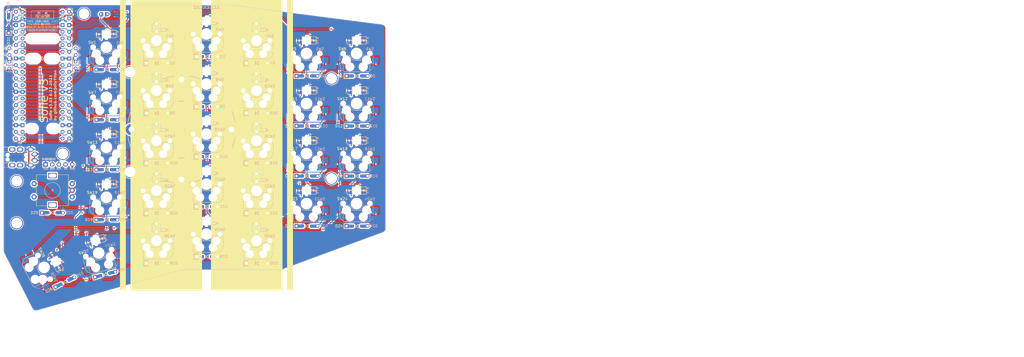
<source format=kicad_pcb>
(kicad_pcb (version 20221018) (generator pcbnew)
  (layers (0 "F.Cu" signal) (31 "B.Cu" signal) (34 "B.Paste" user) (35 "F.Paste" user) (36 "B.SilkS" user "B.Silkscreen") (37 "F.SilkS" user "F.Silkscreen") (38 "B.Mask" user) (39 "F.Mask" user) (44 "Edge.Cuts" user))
  (net 0 "")
  (net 1 "Net-(D1-A)")
  (net 2 "row4")
  (net 3 "Net-(D2-A)")
  (net 4 "Net-(D3-A)")
  (net 5 "row0")
  (net 6 "Net-(D4-A)")
  (net 7 "row1")
  (net 8 "Net-(D5-A)")
  (net 9 "row2")
  (net 10 "Net-(D6-A)")
  (net 11 "row3")
  (net 12 "Net-(D7-A)")
  (net 13 "Net-(D8-A)")
  (net 14 "Net-(D9-A)")
  (net 15 "Net-(D10-A)")
  (net 16 "Net-(D11-A)")
  (net 17 "Net-(D12-A)")
  (net 18 "Net-(D13-A)")
  (net 19 "Net-(D14-A)")
  (net 20 "Net-(D15-A)")
  (net 21 "Net-(D16-A)")
  (net 22 "Net-(D17-A)")
  (net 23 "Net-(D18-A)")
  (net 24 "Net-(D19-A)")
  (net 25 "Net-(D20-A)")
  (net 26 "Net-(D21-A)")
  (net 27 "Net-(D22-A)")
  (net 28 "Net-(D23-A)")
  (net 29 "Net-(D24-A)")
  (net 30 "Net-(D26-A)")
  (net 31 "Net-(D27-A)")
  (net 32 "Net-(D28-A)")
  (net 33 "VCC")
  (net 34 "GND")
  (net 35 "col0")
  (net 36 "col1")
  (net 37 "col2")
  (net 38 "col3")
  (net 39 "col4")
  (net 40 "SDA")
  (net 41 "LED")
  (net 42 "SCL")
  (net 43 "Net-(D29-A)")
  (net 44 "Net-(D30-A)")
  (net 45 "Net-(SW1B-DOUT)")
  (net 46 "Net-(SW2B-DOUT)")
  (net 47 "SW25B")
  (net 48 "SW25A")
  (net 49 "ENCB")
  (net 50 "ENCA")
  (net 51 "Net-(SW2B-DIN)")
  (net 52 "Net-(SW3B-DOUT)")
  (net 53 "Net-(SW4B-DOUT)")
  (net 54 "Net-(SW10B-DOUT)")
  (net 55 "Net-(SW11B-DIN)")
  (net 57 "Net-(SW12B-DOUT)")
  (net 58 "Net-(SW13B-DIN)")
  (net 59 "Net-(SW14B-DOUT)")
  (net 60 "Net-(SW15B-DIN)")
  (net 61 "Net-(SW10B-DIN)")
  (net 62 "Net-(SW11B-DOUT)")
  (net 63 "Net-(SW12B-DIN)")
  (net 64 "Net-(SW13B-DOUT)")
  (net 65 "Net-(SW14B-DIN)")
  (net 66 "Net-(SW15B-DOUT)")
  (net 67 "Net-(SW16B-DIN)")
  (net 68 "Net-(SW17B-DOUT)")
  (net 69 "Net-(SW18B-DIN)")
  (net 70 "Net-(SW19B-DOUT)")
  (net 71 "Net-(SW20B-DIN)")
  (net 72 "Net-(SW21B-DOUT)")
  (net 73 "Net-(SW22B-DIN)")
  (net 74 "Net-(SW23B-DOUT)")
  (net 75 "Net-(SW26B-DOUT)")
  (net 76 "Net-(SW27B-DOUT)")
  (net 77 "Net-(SW29B-DOUT)")
  (net 79 "unconnected-(U3-GPIO22-Pad29)")
  (net 80 "Net-(D31-A)")
  (net 81 "SOLENOID_CONTROL")
  (net 82 "unconnected-(U3-RUN-Pad30)")
  (net 83 "unconnected-(U3-GPIO26_ADC0-Pad31)")
  (net 84 "unconnected-(U3-GPIO27_ADC1-Pad32)")
  (net 85 "unconnected-(U3-GPIO28_ADC2-Pad34)")
  (net 86 "unconnected-(U3-ADC_VREF-Pad35)")
  (net 88 "unconnected-(U3-3V3_EN-Pad37)")
  (net 89 "unconnected-(U3-GND-Pad38)")
  (net 90 "unconnected-(U3-GPIO20-Pad26)")
  (net 91 "unconnected-(U3-GPIO21-Pad27)")
  (net 92 "TX")
  (net 93 "unconnected-(U3-GPIO18-Pad24)")
  (net 94 "unconnected-(U3-GPIO17-Pad22)")
  (net 95 "unconnected-(J2-Pad4)")
  (net 96 "Net-(JP1-B)")
  (footprint "sofle_v3b:MJ-4PP-9" (layer "F.Cu") (at 81.39 91.07 90)
    (fp_text reference "J2")
    (fp_text value "4PIN" hide)
  )
  (footprint "sofle_v3b:OLED SSD1306 128x64 UNVERIFIED" (layer "F.Cu") (at 96.2125 54.27 90)
    (fp_text reference "J3")
    (fp_text value "OLED")
  )
  (footprint "sofle_v3b:RotaryEncoder_Alps_EC11E-Switch_Vertical_H20mm-keebio_modified" (layer "F.Cu") (at 100 104.5 180)
    (fp_text reference "SW25" hide)
    (fp_text value "Rotary_Encoder_Switch")
  )
  (footprint "sofle_v3b:Hole from sofle for M2 posts gold rimmer" (layer "F.Cu") (at 206.29 61.91)
    (fp_text reference "TH4")
    (fp_text value "HOLE" hide)
  )
  (footprint "sofle_v3b:Hole from sofle for M2 posts gold rimmer" (layer "F.Cu") (at 206.275 100.025)
    (fp_text reference "TH6")
    (fp_text value "HOLE" hide)
  )
  (footprint "sofle_v3b:Hole from sofle for M2 posts gold rimmer" (layer "F.Cu") (at 129.44 59.51)
    (fp_text reference "TH3")
    (fp_text value "HOLE" hide)
  )
  (footprint "sofle_v3b:Hole from sofle for M2 posts gold rimmer" (layer "F.Cu") (at 129.53 97.46)
    (fp_text reference "TH5")
    (fp_text value "HOLE" hide)
  )
  (footprint "sofle_v3b:Pimaroni_PinHeader_1x05_P2.54mm_Vertical Sofle v3b" (layer "F.Cu") (at 97.36 94.67 90)
    (fp_text reference "J1" hide)
    (fp_text value "Pimaroni Trackball" hide)
  )
  (footprint "sofle_v3b:Level Shifter Bypass Jumper" (layer "F.Cu") (at 119.67 37.46 180)
    (fp_text reference "JP1")
    (fp_text value "Level shifter bypass jumper")
  )
  (footprint "ergodonk_kicad_library:Tenting_Puck.kicad_mod_nocenter" (layer "F.Cu") (at 149.125 81.37)
    (fp_text reference "REF**")
    (fp_text value "Tenting Puck")
  )
  (footprint "sofle_v3b:Hole from sofle for M2 posts gold rimmer" (layer "F.Cu") (at 86.4 117)
    (fp_text reference "TH8")
    (fp_text value "HOLE" hide)
  )
  (footprint "sofle_v3b:Hole from sofle for M2 posts gold rimmer wide-keyplate-hole" (layer "F.Cu") (at 112.01 37.25)
    (fp_text reference "TH7")
    (fp_text value "HOLE" hide)
  )
  (footprint "sofle_v3b:Hole from sofle for M2 posts gold rimmer wide-keyplate-hole" (layer "F.Cu") (at 103.93 90.59)
    (fp_text reference "TH2")
    (fp_text value "HOLE" hide)
  )
  (footprint "clipboard:e4819d78-7681-430c-a61d-7ce8f9aac4b4" (layer "F.Cu") (at 102.22 42.88 180)
    (fp_text reference "")
    (fp_text value "")
  )
  (footprint "sofle_v3b:Hole from sofle for M2 posts gold rimmer wide-keyplate-hole" (layer "F.Cu") (at 86.4 101)
    (fp_text reference "TH1")
    (fp_text value "HOLE" hide)
  )
  (footprint "sofle_v3b:D_SOD-123_DO-35_Hybrid_DoubleSided_V2" (layer "B.Cu") (at 120.73 58.575)
    (fp_text reference "D1" hide)
    (fp_text value "D" hide)
  )
  (footprint "sofle_v3b:D_SOD-123_DO-35_Hybrid_DoubleSided_V2" (layer "B.Cu") (at 139.78 56.075)
    (fp_text reference "D2" hide)
    (fp_text value "D" hide)
  )
  (footprint "sofle_v3b:D_SOD-123_DO-35_Hybrid_DoubleSided_V2" (layer "B.Cu") (at 158.83 53.61)
    (fp_text reference "D3" hide)
    (fp_text value "D" hide)
  )
  (footprint "sofle_v3b:D_SOD-123_DO-35_Hybrid_DoubleSided_V2" (layer "B.Cu") (at 177.88 56.075)
    (fp_text reference "D4" hide)
    (fp_text value "D" hide)
  )
  (footprint "sofle_v3b:D_SOD-123_DO-35_Hybrid_DoubleSided_V2" (layer "B.Cu") (at 196.93 60.975)
    (fp_text reference "D5" hide)
    (fp_text value "D" hide)
  )
  (footprint "sofle_v3b:D_SOD-123_DO-35_Hybrid_DoubleSided_V2" (layer "B.Cu") (at 215.98 60.975)
    (fp_text reference "D6" hide)
    (fp_text value "D" hide)
  )
  (footprint "sofle_v3b:D_SOD-123_DO-35_Hybrid_DoubleSided_V2" (layer "B.Cu") (at 120.73 96.675)
    (fp_text reference "D13" hide)
    (fp_text value "D" hide)
  )
  (footprint "sofle_v3b:D_SOD-123_DO-35_Hybrid_DoubleSided_V2" (layer "B.Cu") (at 120.73 115.725)
    (fp_text reference "D19" hide)
    (fp_text value "D" hide)
  )
  (footprint "sofle_v3b:D_SOD-123_DO-35_Hybrid_DoubleSided_V2" (layer "B.Cu") (at 100 113.04)
    (fp_text reference "D25" hide)
    (fp_text value "D" hide)
  )
  (footprint "sofle_v3b:D_SOD-123_DO-35_Hybrid_DoubleSided_V2" (layer "B.Cu") (at 104.757088 139.462582 27)
    (fp_text reference "D26" hide)
    (fp_text value "D" hide)
  )
  (footprint "sofle_v3b:Cherry_MX_DS_Hotswap_miniE_1U_v3.03" (layer "B.Cu") (at 120.55 50)
    (fp_text reference "SW1")
    (fp_text value "SW_PUSH_LED" hide)
    (fp_line (start -1.7 -6.43) (end -1.7 -3.43) (stroke (width 0.1)) (layer "Edge.Cuts"))
    (fp_line (start 1.7 -6.43) (end -1.7 -6.43) (stroke (width 0.1)) (layer "Edge.Cuts"))
    (fp_line (start 1.7 -3.43) (end -1.7 -3.43) (stroke (width 0.1)) (layer "Edge.Cuts"))
    (fp_line (start 1.7 -3.43) (end 1.7 -6.43) (stroke (width 0.1)) (layer "Edge.Cuts"))
  )
  (footprint "sofle_v3b:Cherry_MX_DS_Hotswap_miniE_1U_v3.03" (layer "B.Cu") (at 158.65 45)
    (fp_text reference "SW3")
    (fp_text value "SW_PUSH_LED" hide)
    (fp_line (start -1.7 -6.43) (end -1.7 -3.43) (stroke (width 0.1)) (layer "Edge.Cuts"))
    (fp_line (start 1.7 -6.43) (end -1.7 -6.43) (stroke (width 0.1)) (layer "Edge.Cuts"))
    (fp_line (start 1.7 -3.43) (end -1.7 -3.43) (stroke (width 0.1)) (layer "Edge.Cuts"))
    (fp_line (start 1.7 -3.43) (end 1.7 -6.43) (stroke (width 0.1)) (layer "Edge.Cuts"))
  )
  (footprint "sofle_v3b:Cherry_MX_DS_Hotswap_miniE_1U_v3.03" (layer "B.Cu") (at 120.55 88.1)
    (fp_text reference "SW13")
    (fp_text value "SW_PUSH_LED" hide)
    (fp_line (start -1.7 -6.43) (end -1.7 -3.43) (stroke (width 0.1)) (layer "Edge.Cuts"))
    (fp_line (start 1.7 -6.43) (end -1.7 -6.43) (stroke (width 0.1)) (layer "Edge.Cuts"))
    (fp_line (start 1.7 -3.43) (end -1.7 -3.43) (stroke (width 0.1)) (layer "Edge.Cuts"))
    (fp_line (start 1.7 -3.43) (end 1.7 -6.43) (stroke (width 0.1)) (layer "Edge.Cuts"))
  )
  (footprint "sofle_v3b:Cherry_MX_DS_Hotswap_miniE_1U_v3.03" (layer "B.Cu") (at 139.6 85.6)
    (fp_text reference "SW14")
    (fp_text value "SW_PUSH_LED" hide)
    (fp_line (start -1.7 -6.43) (end -1.7 -3.43) (stroke (width 0.1)) (layer "Edge.Cuts"))
    (fp_line (start 1.7 -6.43) (end -1.7 -6.43) (stroke (width 0.1)) (layer "Edge.Cuts"))
    (fp_line (start 1.7 -3.43) (end -1.7 -3.43) (stroke (width 0.1)) (layer "Edge.Cuts"))
    (fp_line (start 1.7 -3.43) (end 1.7 -6.43) (stroke (width 0.1)) (layer "Edge.Cuts"))
  )
  (footprint "sofle_v3b:Cherry_MX_DS_Hotswap_miniE_1U_v3.03" (layer "B.Cu") (at 158.65 102.15)
    (fp_text reference "SW21")
    (fp_text value "SW_PUSH_LED" hide)
    (fp_line (start -1.7 -6.43) (end -1.7 -3.43) (stroke (width 0.1)) (layer "Edge.Cuts"))
    (fp_line (start 1.7 -6.43) (end -1.7 -6.43) (stroke (width 0.1)) (layer "Edge.Cuts"))
    (fp_line (start 1.7 -3.43) (end -1.7 -3.43) (stroke (width 0.1)) (layer "Edge.Cuts"))
    (fp_line (start 1.7 -3.43) (end 1.7 -6.43) (stroke (width 0.1)) (layer "Edge.Cuts"))
  )
  (footprint "sofle_v3b:Cherry_MX_DS_Hotswap_miniE_1U_v3.03" (layer "B.Cu") (at 196.75 109.55)
    (fp_text reference "SW23")
    (fp_text value "SW_PUSH_LED" hide)
    (fp_line (start -1.7 -6.43) (end -1.7 -3.43) (stroke (width 0.1)) (layer "Edge.Cuts"))
    (fp_line (start 1.7 -6.43) (end -1.7 -6.43) (stroke (width 0.1)) (layer "Edge.Cuts"))
    (fp_line (start 1.7 -3.43) (end -1.7 -3.43) (stroke (width 0.1)) (layer "Edge.Cuts"))
    (fp_line (start 1.7 -3.43) (end 1.7 -6.43) (stroke (width 0.1)) (layer "Edge.Cuts"))
  )
  (footprint "sofle_v3b:Cherry_MX_DS_Hotswap_miniE_1U_v3.03" (layer "B.Cu") (at 96.795746 133.840809 -63)
    (fp_text reference "SW26")
    (fp_text value "SW_PUSH_LED" hide)
    (fp_line (start -1.7 -6.43) (end -1.7 -3.43) (stroke (width 0.1)) (layer "Edge.Cuts"))
    (fp_line (start 1.7 -6.43) (end -1.7 -6.43) (stroke (width 0.1)) (layer "Edge.Cuts"))
    (fp_line (start 1.7 -3.43) (end -1.7 -3.43) (stroke (width 0.1)) (layer "Edge.Cuts"))
    (fp_line (start 1.7 -3.43) (end 1.7 -6.43) (stroke (width 0.1)) (layer "Edge.Cuts"))
  )
  (footprint "sofle_v3b:Cherry_MX_DS_Hotswap_miniE_1U_v3.03" (layer "B.Cu") (at 117.6 128.4 15)
    (fp_text reference "SW27")
    (fp_text value "SW_PUSH_LED" hide)
    (fp_line (start -1.7 -6.43) (end -1.7 -3.43) (stroke (width 0.1)) (layer "Edge.Cuts"))
    (fp_line (start 1.7 -6.43) (end -1.7 -6.43) (stroke (width 0.1)) (layer "Edge.Cuts"))
    (fp_line (start 1.7 -3.43) (end -1.7 -3.43) (stroke (width 0.1)) (layer "Edge.Cuts"))
    (fp_line (start 1.7 -3.43) (end 1.7 -6.43) (stroke (width 0.1)) (layer "Edge.Cuts"))
  )
  (footprint "sofle_v3b:Cherry_MX_DS_Hotswap_miniE_1U_v3.03" (layer "B.Cu") (at 215.8 71.45)
    (fp_text reference "SW12")
    (fp_text value "SW_PUSH_LED" hide)
    (fp_line (start -1.7 -6.43) (end -1.7 -3.43) (stroke (width 0.1)) (layer "Edge.Cuts"))
    (fp_line (start 1.7 -6.43) (end -1.7 -6.43) (stroke (width 0.1)) (layer "Edge.Cuts"))
    (fp_line (start 1.7 -3.43) (end -1.7 -3.43) (stroke (width 0.1)) (layer "Edge.Cuts"))
    (fp_line (start 1.7 -3.43) (end 1.7 -6.43) (stroke (width 0.1)) (layer "Edge.Cuts"))
  )
  (footprint "sofle_v3b:Cherry_MX_DS_Hotswap_miniE_1U_v3.03" (layer "B.Cu") (at 215.8 90.5)
    (fp_text reference "SW18")
    (fp_text value "SW_PUSH_LED" hide)
    (fp_line (start -1.7 -6.43) (end -1.7 -3.43) (stroke (width 0.1)) (layer "Edge.Cuts"))
    (fp_line (start 1.7 -6.43) (end -1.7 -6.43) (stroke (width 0.1)) (layer "Edge.Cuts"))
    (fp_line (start 1.7 -3.43) (end -1.7 -3.43) (stroke (width 0.1)) (layer "Edge.Cuts"))
    (fp_line (start 1.7 -3.43) (end 1.7 -6.43) (stroke (width 0.1)) (layer "Edge.Cuts"))
  )
  (footprint "sofle_v3b:Cherry_MX_DS_Hotswap_miniE_1U_v3.03" (layer "B.Cu") (at 215.8 109.55)
    (fp_text reference "SW24")
    (fp_text value "SW_PUSH_LED" hide)
    (fp_line (start -1.7 -6.43) (end -1.7 -3.43) (stroke (width 0.1)) (layer "Edge.Cuts"))
    (fp_line (start 1.7 -6.43) (end -1.7 -6.43) (stroke (width 0.1)) (layer "Edge.Cuts"))
    (fp_line (start 1.7 -3.43) (end -1.7 -3.43) (stroke (width 0.1)) (layer "Edge.Cuts"))
    (fp_line (start 1.7 -3.43) (end 1.7 -6.43) (stroke (width 0.1)) (layer "Edge.Cuts"))
  )
  (footprint "sofle_v3b:Cherry_MX_DS_Hotswap_miniE_1U_v3.03" (layer "B.Cu") (at 177.7 47.5)
    (fp_text reference "SW4")
    (fp_text value "SW_PUSH_LED" hide)
    (fp_line (start -1.7 -6.43) (end -1.7 -3.43) (stroke (width 0.1)) (layer "Edge.Cuts"))
    (fp_line (start 1.7 -6.43) (end -1.7 -6.43) (stroke (width 0.1)) (layer "Edge.Cuts"))
    (fp_line (start 1.7 -3.43) (end -1.7 -3.43) (stroke (width 0.1)) (layer "Edge.Cuts"))
    (fp_line (start 1.7 -3.43) (end 1.7 -6.43) (stroke (width 0.1)) (layer "Edge.Cuts"))
  )
  (footprint "sofle_v3b:D_SOD-123_DO-35_Hybrid_DoubleSided_V2" (layer "B.Cu") (at 120.73 77.675)
    (fp_text reference "D7" hide)
    (fp_text value "D" hide)
  )
  (footprint "sofle_v3b:D_SOD-123_DO-35_Hybrid_DoubleSided_V2" (layer "B.Cu") (at 139.78 75.125)
    (fp_text reference "D8" hide)
    (fp_text value "D" hide)
  )
  (footprint "sofle_v3b:D_SOD-123_DO-35_Hybrid_DoubleSided_V2" (layer "B.Cu") (at 158.83 72.625)
    (fp_text reference "D9" hide)
    (fp_text value "D" hide)
  )
  (footprint "sofle_v3b:D_SOD-123_DO-35_Hybrid_DoubleSided_V2" (layer "B.Cu") (at 177.88 75.125)
    (fp_text reference "D10" hide)
    (fp_text value "D" hide)
  )
  (footprint "sofle_v3b:D_SOD-123_DO-35_Hybrid_DoubleSided_V2" (layer "B.Cu") (at 196.93 80.025)
    (fp_text reference "D11" hide)
    (fp_text value "D" hide)
  )
  (footprint "sofle_v3b:D_SOD-123_DO-35_Hybrid_DoubleSided_V2" (layer "B.Cu") (at 215.98 80.025)
    (fp_text reference "D12" hide)
    (fp_text value "D" hide)
  )
  (footprint "sofle_v3b:Cherry_MX_DS_Hotswap_miniE_1U_v3.03" (layer "B.Cu") (at 196.75 52.4)
    (fp_text reference "SW5")
    (fp_text value "SW_PUSH_LED" hide)
    (fp_line (start -1.7 -6.43) (end -1.7 -3.43) (stroke (width 0.1)) (layer "Edge.Cuts"))
    (fp_line (start 1.7 -6.43) (end -1.7 -6.43) (stroke (width 0.1)) (layer "Edge.Cuts"))
    (fp_line (start 1.7 -3.43) (end -1.7 -3.43) (stroke (width 0.1)) (layer "Edge.Cuts"))
    (fp_line (start 1.7 -3.43) (end 1.7 -6.43) (stroke (width 0.1)) (layer "Edge.Cuts"))
  )
  (footprint "sofle_v3b:Cherry_MX_DS_Hotswap_miniE_1U_v3.03" (layer "B.Cu") (at 139.6 66.55)
    (fp_text reference "SW8")
    (fp_text value "SW_PUSH_LED" hide)
    (fp_line (start -1.7 -6.43) (end -1.7 -3.43) (stroke (width 0.1)) (layer "Edge.Cuts"))
    (fp_line (start 1.7 -6.43) (end -1.7 -6.43) (stroke (width 0.1)) (layer "Edge.Cuts"))
    (fp_line (start 1.7 -3.43) (end -1.7 -3.43) (stroke (width 0.1)) (layer "Edge.Cuts"))
    (fp_line (start 1.7 -3.43) (end 1.7 -6.43) (stroke (width 0.1)) (layer "Edge.Cuts"))
  )
  (footprint "sofle_v3b:Cherry_MX_DS_Hotswap_miniE_1U_v3.03" (layer "B.Cu") (at 177.7 66.55)
    (fp_text reference "SW10")
    (fp_text value "SW_PUSH_LED" hide)
    (fp_line (start -1.7 -6.43) (end -1.7 -3.43) (stroke (width 0.1)) (layer "Edge.Cuts"))
    (fp_line (start 1.7 -6.43) (end -1.7 -6.43) (stroke (width 0.1)) (layer "Edge.Cuts"))
    (fp_line (start 1.7 -3.43) (end -1.7 -3.43) (stroke (width 0.1)) (layer "Edge.Cuts"))
    (fp_line (start 1.7 -3.43) (end 1.7 -6.43) (stroke (width 0.1)) (layer "Edge.Cuts"))
  )
  (footprint "sofle_v3b:Cherry_MX_DS_Hotswap_miniE_1U_v3.03" (layer "B.Cu") (at 158.65 64.05)
    (fp_text reference "SW9")
    (fp_text value "SW_PUSH_LED" hide)
    (fp_line (start -1.7 -6.43) (end -1.7 -3.43) (stroke (width 0.1)) (layer "Edge.Cuts"))
    (fp_line (start 1.7 -6.43) (end -1.7 -6.43) (stroke (width 0.1)) (layer "Edge.Cuts"))
    (fp_line (start 1.7 -3.43) (end -1.7 -3.43) (stroke (width 0.1)) (layer "Edge.Cuts"))
    (fp_line (start 1.7 -3.43) (end 1.7 -6.43) (stroke (width 0.1)) (layer "Edge.Cuts"))
  )
  (footprint "sofle_v3b:Cherry_MX_DS_Hotswap_miniE_1U_v3.03" (layer "B.Cu") (at 177.7 85.6)
    (fp_text reference "SW16")
    (fp_text value "SW_PUSH_LED" hide)
    (fp_line (start -1.7 -6.43) (end -1.7 -3.43) (stroke (width 0.1)) (layer "Edge.Cuts"))
    (fp_line (start 1.7 -6.43) (end -1.7 -6.43) (stroke (width 0.1)) (layer "Edge.Cuts"))
    (fp_line (start 1.7 -3.43) (end -1.7 -3.43) (stroke (width 0.1)) (layer "Edge.Cuts"))
    (fp_line (start 1.7 -3.43) (end 1.7 -6.43) (stroke (width 0.1)) (layer "Edge.Cuts"))
  )
  (footprint "sofle_v3b:Cherry_MX_DS_Hotswap_miniE_1U_v3.03" (layer "B.Cu") (at 215.8 52.4)
    (fp_text reference "SW6")
    (fp_text value "SW_PUSH_LED" hide)
    (fp_line (start -1.7 -6.43) (end -1.7 -3.43) (stroke (width 0.1)) (layer "Edge.Cuts"))
    (fp_line (start 1.7 -6.43) (end -1.7 -6.43) (stroke (width 0.1)) (layer "Edge.Cuts"))
    (fp_line (start 1.7 -3.43) (end -1.7 -3.43) (stroke (width 0.1)) (layer "Edge.Cuts"))
    (fp_line (start 1.7 -3.43) (end 1.7 -6.43) (stroke (width 0.1)) (layer "Edge.Cuts"))
  )
  (footprint "sofle_v3b:Cherry_MX_DS_Hotswap_miniE_1U_v3.03" (layer "B.Cu") (at 120.55 69.05)
    (fp_text reference "SW7")
    (fp_text value "SW_PUSH_LED" hide)
    (fp_line (start -1.7 -6.43) (end -1.7 -3.43) (stroke (width 0.1)) (layer "Edge.Cuts"))
    (fp_line (start 1.7 -6.43) (end -1.7 -6.43) (stroke (width 0.1)) (layer "Edge.Cuts"))
    (fp_line (start 1.7 -3.43) (end -1.7 -3.43) (stroke (width 0.1)) (layer "Edge.Cuts"))
    (fp_line (start 1.7 -3.43) (end 1.7 -6.43) (stroke (width 0.1)) (layer "Edge.Cuts"))
  )
  (footprint "sofle_v3b:Cherry_MX_DS_Hotswap_miniE_1U_v3.03" (layer "B.Cu") (at 177.7 123.7)
    (fp_text reference "SW30")
    (fp_text value "SW_PUSH_LED" hide)
    (fp_line (start -1.7 -6.43) (end -1.7 -3.43) (stroke (width 0.1)) (layer "Edge.Cuts"))
    (fp_line (start 1.7 -6.43) (end -1.7 -6.43) (stroke (width 0.1)) (layer "Edge.Cuts"))
    (fp_line (start 1.7 -3.43) (end -1.7 -3.43) (stroke (width 0.1)) (layer "Edge.Cuts"))
    (fp_line (start 1.7 -3.43) (end 1.7 -6.43) (stroke (width 0.1)) (layer "Edge.Cuts"))
  )
  (footprint "sofle_v3b:Cherry_MX_DS_Hotswap_miniE_1U_v3.03" (layer "B.Cu") (at 196.75 71.45)
    (fp_text reference "SW11")
    (fp_text value "SW_PUSH_LED" hide)
    (fp_line (start -1.7 -6.43) (end -1.7 -3.43) (stroke (width 0.1)) (layer "Edge.Cuts"))
    (fp_line (start 1.7 -6.43) (end -1.7 -6.43) (stroke (width 0.1)) (layer "Edge.Cuts"))
    (fp_line (start 1.7 -3.43) (end -1.7 -3.43) (stroke (width 0.1)) (layer "Edge.Cuts"))
    (fp_line (start 1.7 -3.43) (end 1.7 -6.43) (stroke (width 0.1)) (layer "Edge.Cuts"))
  )
  (footprint "sofle_v3b:Cherry_MX_DS_Hotswap_miniE_1U_v3.03" (layer "B.Cu") (at 177.7 104.65)
    (fp_text reference "SW22")
    (fp_text value "SW_PUSH_LED" hide)
    (fp_line (start -1.7 -6.43) (end -1.7 -3.43) (stroke (width 0.1)) (layer "Edge.Cuts"))
    (fp_line (start 1.7 -6.43) (end -1.7 -6.43) (stroke (width 0.1)) (layer "Edge.Cuts"))
    (fp_line (start 1.7 -3.43) (end -1.7 -3.43) (stroke (width 0.1)) (layer "Edge.Cuts"))
    (fp_line (start 1.7 -3.43) (end 1.7 -6.43) (stroke (width 0.1)) (layer "Edge.Cuts"))
  )
  (footprint "sofle_v3b:Cherry_MX_DS_Hotswap_miniE_1U_v3.03" (layer "B.Cu") (at 196.75 90.5)
    (fp_text reference "SW17")
    (fp_text value "SW_PUSH_LED" hide)
    (fp_line (start -1.7 -6.43) (end -1.7 -3.43) (stroke (width 0.1)) (layer "Edge.Cuts"))
    (fp_line (start 1.7 -6.43) (end -1.7 -6.43) (stroke (width 0.1)) (layer "Edge.Cuts"))
    (fp_line (start 1.7 -3.43) (end -1.7 -3.43) (stroke (width 0.1)) (layer "Edge.Cuts"))
    (fp_line (start 1.7 -3.43) (end 1.7 -6.43) (stroke (width 0.1)) (layer "Edge.Cuts"))
  )
  (footprint "sofle_v3b:Cherry_MX_DS_Hotswap_miniE_1U_v3.03" (layer "B.Cu") (at 158.65 121.2)
    (fp_text reference "SW29")
    (fp_text value "SW_PUSH_LED" hide)
    (fp_line (start -1.7 -6.43) (end -1.7 -3.43) (stroke (width 0.1)) (layer "Edge.Cuts"))
    (fp_line (start 1.7 -6.43) (end -1.7 -6.43) (stroke (width 0.1)) (layer "Edge.Cuts"))
    (fp_line (start 1.7 -3.43) (end -1.7 -3.43) (stroke (width 0.1)) (layer "Edge.Cuts"))
    (fp_line (start 1.7 -3.43) (end 1.7 -6.43) (stroke (width 0.1)) (layer "Edge.Cuts"))
  )
  (footprint "sofle_v3b:Cherry_MX_DS_Hotswap_miniE_1U_v3.03" (layer "B.Cu") (at 158.65 83.1)
    (fp_text reference "SW15")
    (fp_text value "SW_PUSH_LED" hide)
    (fp_line (start -1.7 -6.43) (end -1.7 -3.43) (stroke (width 0.1)) (layer "Edge.Cuts"))
    (fp_line (start 1.7 -6.43) (end -1.7 -6.43) (stroke (width 0.1)) (layer "Edge.Cuts"))
    (fp_line (start 1.7 -3.43) (end -1.7 -3.43) (stroke (width 0.1)) (layer "Edge.Cuts"))
    (fp_line (start 1.7 -3.43) (end 1.7 -6.43) (stroke (width 0.1)) (layer "Edge.Cuts"))
  )
  (footprint "sofle_v3b:Cherry_MX_DS_Hotswap_miniE_1U_v3.03" (layer "B.Cu") (at 139.6 47.5)
    (fp_text reference "SW2")
    (fp_text value "SW_PUSH_LED" hide)
    (fp_line (start -1.7 -6.43) (end -1.7 -3.43) (stroke (width 0.1)) (layer "Edge.Cuts"))
    (fp_line (start 1.7 -6.43) (end -1.7 -6.43) (stroke (width 0.1)) (layer "Edge.Cuts"))
    (fp_line (start 1.7 -3.43) (end -1.7 -3.43) (stroke (width 0.1)) (layer "Edge.Cuts"))
    (fp_line (start 1.7 -3.43) (end 1.7 -6.43) (stroke (width 0.1)) (layer "Edge.Cuts"))
  )
  (footprint "sofle_v3b:D_SOD-123_DO-35_Hybrid_DoubleSided_V2" (layer "B.Cu") (at 120.084741 136.531756 15)
    (fp_text reference "D27" hide)
    (fp_text value "D" hide)
  )
  (footprint "sofle_v3b:Cherry_MX_DS_Hotswap_miniE_1U_v3.03" (layer "B.Cu") (at 139.6 104.65)
    (fp_text reference "SW20")
    (fp_text value "SW_PUSH_LED" hide)
    (fp_line (start -1.7 -6.43) (end -1.7 -3.43) (stroke (width 0.1)) (layer "Edge.Cuts"))
    (fp_line (start 1.7 -6.43) (end -1.7 -6.43) (stroke (width 0.1)) (layer "Edge.Cuts"))
    (fp_line (start 1.7 -3.43) (end -1.7 -3.43) (stroke (width 0.1)) (layer "Edge.Cuts"))
    (fp_line (start 1.7 -3.43) (end 1.7 -6.43) (stroke (width 0.1)) (layer "Edge.Cuts"))
  )
  (footprint "sofle_v3b:D_SOD-123_DO-35_Hybrid_DoubleSided_V2" (layer "B.Cu") (at 158.83 91.675)
    (fp_text reference "D15" hide)
    (fp_text value "D" hide)
  )
  (footprint "sofle_v3b:D_SOD-123_DO-35_Hybrid_DoubleSided_V2" (layer "B.Cu") (at 196.93 99.075)
    (fp_text reference "D17" hide)
    (fp_text value "D" hide)
  )
  (footprint "sofle_v3b:D_SOD-123_DO-35_Hybrid_DoubleSided_V2" (layer "B.Cu") (at 215.98 99.075)
    (fp_text reference "D18" hide)
    (fp_text value "D" hide)
  )
  (footprint "sofle_v3b:D_SOD-123_DO-35_Hybrid_DoubleSided_V2" (layer "B.Cu") (at 139.78 132.275)
    (fp_text reference "D28" hide)
    (fp_text value "D" hide)
  )
  (footprint "sofle_v3b:D_SOD-123_DO-35_Hybrid_DoubleSided_V2" (layer "B.Cu") (at 158.83 129.775)
    (fp_text reference "D29" hide)
    (fp_text value "D" hide)
  )
  (footprint "sofle_v3b:D_SOD-123_DO-35_Hybrid_DoubleSided_V2" (layer "B.Cu") (at 215.98 118.125)
    (fp_text reference "D24" hide)
    (fp_text value "D" hide)
  )
  (footprint "sofle_v3b:D_SOD-123_DO-35_Hybrid_DoubleSided_V2" (layer "B.Cu") (at 139.78 113.225)
    (fp_text reference "D20" hide)
    (fp_text value "D" hide)
  )
  (footprint "sofle_v3b:D_SOD-123_DO-35_Hybrid_DoubleSided_V2" (layer "B.Cu") (at 158.83 110.725)
    (fp_text reference "D21" hide)
    (fp_text value "D" hide)
  )
  (footprint "sofle_v3b:D_SOD-123_DO-35_Hybrid_DoubleSided_V2" (layer "B.Cu") (at 177.88 113.225)
    (fp_text reference "D22" hide)
    (fp_text value "D" hide)
  )
  (footprint "sofle_v3b:D_SOD-123_DO-35_Hybrid_DoubleSided_V2" (layer "B.Cu") (at 196.93 118.125)
    (fp_text reference "D23" hide)
    (fp_text value "D" hide)
  )
  (footprint "sofle_v3b:D_SOD-123_DO-35_Hybrid_DoubleSided_V2" (layer "B.Cu") (at 139.78 94.175)
    (fp_text reference "D14" hide)
    (fp_text value "D" hide)
  )
  (footprint "sofle_v3b:D_SOD-123_DO-35_Hybrid_DoubleSided_V2" (layer "B.Cu") (at 177.88 132.275)
    (fp_text reference "D30" hide)
    (fp_text value "D" hide)
  )
  (footprint "sofle_v3b:Cherry_MX_DS_Hotswap_miniE_1U_v3.03" (layer "B.Cu") (at 139.6 123.7)
    (fp_text reference "SW28")
    (fp_text value "SW_PUSH_LED" hide)
    (fp_line (start -1.7 -6.43) (end -1.7 -3.43) (stroke (width 0.1)) (layer "Edge.Cuts"))
    (fp_line (start 1.7 -6.43) (end -1.7 -6.43) (stroke (width 0.1)) (layer "Edge.Cuts"))
    (fp_line (start 1.7 -3.43) (end -1.7 -3.43) (stroke (width 0.1)) (layer "Edge.Cuts"))
    (fp_line (start 1.7 -3.43) (end 1.7 -6.43) (stroke (width 0.1)) (layer "Edge.Cuts"))
  )
  (footprint "sofle_v3b:Dummy 6812miniE" (layer "B.Cu") (at 139.6 61.62 180)
    (fp_text reference "D58" hide)
    (fp_text value "Dummy 6812miniE" hide)
    (fp_line (start -1.7 -1.5) (end -1.7 1.5) (stroke (width 0.1)) (layer "Edge.Cuts"))
    (fp_line (start 1.7 -1.5) (end -1.7 -1.5) (stroke (width 0.1)) (layer "Edge.Cuts"))
    (fp_line (start 1.7 1.5) (end -1.7 1.5) (stroke (width 0.1)) (layer "Edge.Cuts"))
    (fp_line (start 1.7 1.5) (end 1.7 -1.5) (stroke (width 0.1)) (layer "Edge.Cuts"))
  )
  (footprint "sofle_v3b:Dummy 6812miniE" (layer "B.Cu") (at 158.65 78.17 180)
    (fp_text reference "D65" hide)
    (fp_text value "Dummy 6812miniE" hide)
    (fp_line (start -1.7 -1.5) (end -1.7 1.5) (stroke (width 0.1)) (layer "Edge.Cuts"))
    (fp_line (start 1.7 -1.5) (end -1.7 -1.5) (stroke (width 0.1)) (layer "Edge.Cuts"))
    (fp_line (start 1.7 1.5) (end -1.7 1.5) (stroke (width 0.1)) (layer "Edge.Cuts"))
    (fp_line (start 1.7 1.5) (end 1.7 -1.5) (stroke (width 0.1)) (layer "Edge.Cuts"))
  )
  (footprint "sofle_v3b:Dummy 6812miniE" (layer "B.Cu") (at 101.188408 131.602636 117)
    (fp_text reference "D76" hide)
    (fp_text value "Dummy 6812miniE" hide)
    (fp_line (start -1.7 -1.5) (end -1.7 1.5) (stroke (width 0.1)) (layer "Edge.Cuts"))
    (fp_line (start 1.7 -1.5) (end -1.7 -1.5) (stroke (width 0.1)) (layer "Edge.Cuts"))
    (fp_line (start 1.7 1.5) (end -1.7 1.5) (stroke (width 0.1)) (layer "Edge.Cuts"))
    (fp_line (start 1.7 1.5) (end 1.7 -1.5) (stroke (width 0.1)) (layer "Edge.Cuts"))
  )
  (footprint "sofle_v3b:D_SOD-123_DO-35_Hybrid_DoubleSided_V2" (layer "B.Cu") (at 83.30125 40.5975 90)
    (fp_text reference "D31" hide)
    (fp_text value "D" hide)
  )
  (footprint "sofle_v3b:Dummy 6812miniE" (layer "B.Cu") (at 139.6 42.57 180)
    (fp_text reference "D52" hide)
    (fp_text value "Dummy 6812miniE" hide)
    (fp_line (start -1.7 -1.5) (end -1.7 1.5) (stroke (width 0.1)) (layer "Edge.Cuts"))
    (fp_line (start 1.7 -1.5) (end -1.7 -1.5) (stroke (width 0.1)) (layer "Edge.Cuts"))
    (fp_line (start 1.7 1.5) (end -1.7 1.5) (stroke (width 0.1)) (layer "Edge.Cuts"))
    (fp_line (start 1.7 1.5) (end 1.7 -1.5) (stroke (width 0.1)) (layer "Edge.Cuts"))
  )
  (footprint "sofle_v3b:Dummy 6812miniE" (layer "B.Cu") (at 196.75 66.52 180)
    (fp_text reference "D61" hide)
    (fp_text value "Dummy 6812miniE" hide)
    (fp_line (start -1.7 -1.5) (end -1.7 1.5) (stroke (width 0.1)) (layer "Edge.Cuts"))
    (fp_line (start 1.7 -1.5) (end -1.7 -1.5) (stroke (width 0.1)) (layer "Edge.Cuts"))
    (fp_line (start 1.7 1.5) (end -1.7 1.5) (stroke (width 0.1)) (layer "Edge.Cuts"))
    (fp_line (start 1.7 1.5) (end 1.7 -1.5) (stroke (width 0.1)) (layer "Edge.Cuts"))
  )
  (footprint "sofle_v3b:Dummy 6812miniE" (layer "B.Cu") (at 215.8 104.62 180)
    (fp_text reference "D74" hide)
    (fp_text value "Dummy 6812miniE" hide)
    (fp_line (start -1.7 -1.5) (end -1.7 1.5) (stroke (width 0.1)) (layer "Edge.Cuts"))
    (fp_line (start 1.7 -1.5) (end -1.7 -1.5) (stroke (width 0.1)) (layer "Edge.Cuts"))
    (fp_line (start 1.7 1.5) (end -1.7 1.5) (stroke (width 0.1)) (layer "Edge.Cuts"))
    (fp_line (start 1.7 1.5) (end 1.7 -1.5) (stroke (width 0.1)) (layer "Edge.Cuts"))
  )
  (footprint "sofle_v3b:Dummy 6812miniE" (layer "B.Cu") (at 196.75 47.47 180)
    (fp_text reference "D55" hide)
    (fp_text value "Dummy 6812miniE" hide)
    (fp_line (start -1.7 -1.5) (end -1.7 1.5) (stroke (width 0.1)) (layer "Edge.Cuts"))
    (fp_line (start 1.7 -1.5) (end -1.7 -1.5) (stroke (width 0.1)) (layer "Edge.Cuts"))
    (fp_line (start 1.7 1.5) (end -1.7 1.5) (stroke (width 0.1)) (layer "Edge.Cuts"))
    (fp_line (start 1.7 1.5) (end 1.7 -1.5) (stroke (width 0.1)) (layer "Edge.Cuts"))
  )
  (footprint "sofle_v3b:Dummy 6812miniE" (layer "B.Cu") (at 177.7 99.72 180)
    (fp_text reference "D72" hide)
    (fp_text value "Dummy 6812miniE" hide)
    (fp_line (start -1.7 -1.5) (end -1.7 1.5) (stroke (width 0.1)) (layer "Edge.Cuts"))
    (fp_line (start 1.7 -1.5) (end -1.7 -1.5) (stroke (width 0.1)) (layer "Edge.Cuts"))
    (fp_line (start 1.7 1.5) (end -1.7 1.5) (stroke (width 0.1)) (layer "Edge.Cuts"))
    (fp_line (start 1.7 1.5) (end 1.7 -1.5) (stroke (width 0.1)) (layer "Edge.Cuts"))
  )
  (footprint "sofle_v3b:Dummy 6812miniE" (layer "B.Cu") (at 215.8 85.57 180)
    (fp_text reference "D68" hide)
    (fp_text value "Dummy 6812miniE" hide)
    (fp_line (start -1.7 -1.5) (end -1.7 1.5) (stroke (width 0.1)) (layer "Edge.Cuts"))
    (fp_line (start 1.7 -1.5) (end -1.7 -1.5) (stroke (width 0.1)) (layer "Edge.Cuts"))
    (fp_line (start 1.7 1.5) (end -1.7 1.5) (stroke (width 0.1)) (layer "Edge.Cuts"))
    (fp_line (start 1.7 1.5) (end 1.7 -1.5) (stroke (width 0.1)) (layer "Edge.Cuts"))
  )
  (footprint "sofle_v3b:Dummy 6812miniE" (layer "B.Cu") (at 120.55 64.12 180)
    (fp_text reference "D57" hide)
    (fp_text value "Dummy 6812miniE" hide)
    (fp_line (start -1.7 -1.5) (end -1.7 1.5) (stroke (width 0.1)) (layer "Edge.Cuts"))
    (fp_line (start 1.7 -1.5) (end -1.7 -1.5) (stroke (width 0.1)) (layer "Edge.Cuts"))
    (fp_line (start 1.7 1.5) (end -1.7 1.5) (stroke (width 0.1)) (layer "Edge.Cuts"))
    (fp_line (start 1.7 1.5) (end 1.7 -1.5) (stroke (width 0.1)) (layer "Edge.Cuts"))
  )
  (footprint "sofle_v3b:Dummy 6812miniE" (layer "B.Cu") (at 215.8 47.47 180)
    (fp_text reference "D56" hide)
    (fp_text value "Dummy 6812miniE" hide)
    (fp_line (start -1.7 -1.5) (end -1.7 1.5) (stroke (width 0.1)) (layer "Edge.Cuts"))
    (fp_line (start 1.7 -1.5) (end -1.7 -1.5) (stroke (width 0.1)) (layer "Edge.Cuts"))
    (fp_line (start 1.7 1.5) (end -1.7 1.5) (stroke (width 0.1)) (layer "Edge.Cuts"))
    (fp_line (start 1.7 1.5) (end 1.7 -1.5) (stroke (width 0.1)) (layer "Edge.Cuts"))
  )
  (footprint "sofle_v3b:Dummy 6812miniE" (layer "B.Cu") (at 158.65 59.12 180)
    (fp_text reference "D59" hide)
    (fp_text value "Dummy 6812miniE" hide)
    (fp_line (start -1.7 -1.5) (end -1.7 1.5) (stroke (width 0.1)) (layer "Edge.Cuts"))
    (fp_line (start 1.7 -1.5) (end -1.7 -1.5) (stroke (width 0.1)) (layer "Edge.Cuts"))
    (fp_line (start 1.7 1.5) (end -1.7 1.5) (stroke (width 0.1)) (layer "Edge.Cuts"))
    (fp_line (start 1.7 1.5) (end 1.7 -1.5) (stroke (width 0.1)) (layer "Edge.Cuts"))
  )
  (footprint "sofle_v3b:Dummy 6812miniE" (layer "B.Cu") (at 120.55 102.22 180)
    (fp_text reference "D59" hide)
    (fp_text value "Dummy 6812miniE" hide)
    (fp_line (start -1.7 -1.5) (end -1.7 1.5) (stroke (width 0.1)) (layer "Edge.Cuts"))
    (fp_line (start 1.7 -1.5) (end -1.7 -1.5) (stroke (width 0.1)) (layer "Edge.Cuts"))
    (fp_line (start 1.7 1.5) (end -1.7 1.5) (stroke (width 0.1)) (layer "Edge.Cuts"))
    (fp_line (start 1.7 1.5) (end 1.7 -1.5) (stroke (width 0.1)) (layer "Edge.Cuts"))
  )
  (footprint "sofle_v3b:Dummy 6812miniE" (layer "B.Cu") (at 120.55 83.17 180)
    (fp_text reference "D63" hide)
    (fp_text value "Dummy 6812miniE" hide)
    (fp_line (start -1.7 -1.5) (end -1.7 1.5) (stroke (width 0.1)) (layer "Edge.Cuts"))
    (fp_line (start 1.7 -1.5) (end -1.7 -1.5) (stroke (width 0.1)) (layer "Edge.Cuts"))
    (fp_line (start 1.7 1.5) (end -1.7 1.5) (stroke (width 0.1)) (layer "Edge.Cuts"))
    (fp_line (start 1.7 1.5) (end 1.7 -1.5) (stroke (width 0.1)) (layer "Edge.Cuts"))
  )
  (footprint "sofle_v3b:D_SOD-123_DO-35_Hybrid_DoubleSided_V2" (layer "B.Cu") (at 177.88 94.175)
    (fp_text reference "D16" hide)
    (fp_text value "D" hide)
  )
  (footprint "sofle_v3b:Dummy 6812miniE" (layer "B.Cu") (at 177.7 118.77 180)
    (fp_text reference "D80" hide)
    (fp_text value "Dummy 6812miniE" hide)
    (fp_line (start -1.7 -1.5) (end -1.7 1.5) (stroke (width 0.1)) (layer "Edge.Cuts"))
    (fp_line (start 1.7 -1.5) (end -1.7 -1.5) (stroke (width 0.1)) (layer "Edge.Cuts"))
    (fp_line (start 1.7 1.5) (end -1.7 1.5) (stroke (width 0.1)) (layer "Edge.Cuts"))
    (fp_line (start 1.7 1.5) (end 1.7 -1.5) (stroke (width 0.1)) (layer "Edge.Cuts"))
  )
  (footprint "sofle_v3b:Dummy 6812miniE" (layer "B.Cu") (at 158.65 40.07 180)
    (fp_text reference "D53" hide)
    (fp_text value "Dummy 6812miniE" hide)
    (fp_line (start -1.7 -1.5) (end -1.7 1.5) (stroke (width 0.1)) (layer "Edge.Cuts"))
    (fp_line (start 1.7 -1.5) (end -1.7 -1.5) (stroke (width 0.1)) (layer "Edge.Cuts"))
    (fp_line (start 1.7 1.5) (end -1.7 1.5) (stroke (width 0.1)) (layer "Edge.Cuts"))
    (fp_line (start 1.7 1.5) (end 1.7 -1.5) (stroke (width 0.1)) (layer "Edge.Cuts"))
  )
  (footprint "sofle_v3b:SN74AHCT1G125 - Junco" (layer "B.Cu") (at 126 37.43)
    (fp_text reference "U2")
    (fp_text value "SN74AHCT1G125")
  )
  (footprint "sofle_v3b:Dummy 6812miniE" (layer "B.Cu") (at 196.75 85.57 180)
    (fp_text reference "D67" hide)
    (fp_text value "Dummy 6812miniE" hide)
    (fp_line (start -1.7 -1.5) (end -1.7 1.5) (stroke (width 0.1)) (layer "Edge.Cuts"))
    (fp_line (start 1.7 -1.5) (end -1.7 -1.5) (stroke (width 0.1)) (layer "Edge.Cuts"))
    (fp_line (start 1.7 1.5) (end -1.7 1.5) (stroke (width 0.1)) (layer "Edge.Cuts"))
    (fp_line (start 1.7 1.5) (end 1.7 -1.5) (stroke (width 0.1)) (layer "Edge.Cuts"))
  )
  (footprint "sofle_v3b:Dummy 6812miniE" (layer "B.Cu") (at 177.7 42.57 180)
    (fp_text reference "D54" hide)
    (fp_text value "Dummy 6812miniE" hide)
    (fp_line (start -1.7 -1.5) (end -1.7 1.5) (stroke (width 0.1)) (layer "Edge.Cuts"))
    (fp_line (start 1.7 -1.5) (end -1.7 -1.5) (stroke (width 0.1)) (layer "Edge.Cuts"))
    (fp_line (start 1.7 1.5) (end -1.7 1.5) (stroke (width 0.1)) (layer "Edge.Cuts"))
    (fp_line (start 1.7 1.5) (end 1.7 -1.5) (stroke (width 0.1)) (layer "Edge.Cuts"))
  )
  (footprint "clipboard:e4819d78-7681-430c-a61d-7ce8f9aac4b4" (layer "B.Cu") (at 90.135 42.835)
    (fp_text reference "")
    (fp_text value "")
  )
  (footprint "sofle_v3b:Dummy 6812miniE" (layer "B.Cu") (at 196.75 104.62 180)
    (fp_text reference "D73" hide)
    (fp_text value "Dummy 6812miniE" hide)
    (fp_line (start -1.7 -1.5) (end -1.7 1.5) (stroke (width 0.1)) (layer "Edge.Cuts"))
    (fp_line (start 1.7 -1.5) (end -1.7 -1.5) (stroke (width 0.1)) (layer "Edge.Cuts"))
    (fp_line (start 1.7 1.5) (end -1.7 1.5) (stroke (width 0.1)) (layer "Edge.Cuts"))
    (fp_line (start 1.7 1.5) (end 1.7 -1.5) (stroke (width 0.1)) (layer "Edge.Cuts"))
  )
  (footprint "sofle_v3b:Dummy 6812miniE" (layer "B.Cu") (at 139.6 99.72 180)
    (fp_text reference "D70" hide)
    (fp_text value "Dummy 6812miniE" hide)
    (fp_line (start -1.7 -1.5) (end -1.7 1.5) (stroke (width 0.1)) (layer "Edge.Cuts"))
    (fp_line (start 1.7 -1.5) (end -1.7 -1.5) (stroke (width 0.1)) (layer "Edge.Cuts"))
    (fp_line (start 1.7 1.5) (end -1.7 1.5) (stroke (width 0.1)) (layer "Edge.Cuts"))
    (fp_line (start 1.7 1.5) (end 1.7 -1.5) (stroke (width 0.1)) (layer "Edge.Cuts"))
  )
  (footprint "sofle_v3b:Dummy 6812miniE" (layer "B.Cu") (at 158.65 97.22 180)
    (fp_text reference "D71" hide)
    (fp_text value "Dummy 6812miniE" hide)
    (fp_line (start -1.7 -1.5) (end -1.7 1.5) (stroke (width 0.1)) (layer "Edge.Cuts"))
    (fp_line (start 1.7 -1.5) (end -1.7 -1.5) (stroke (width 0.1)) (layer "Edge.Cuts"))
    (fp_line (start 1.7 1.5) (end -1.7 1.5) (stroke (width 0.1)) (layer "Edge.Cuts"))
    (fp_line (start 1.7 1.5) (end 1.7 -1.5) (stroke (width 0.1)) (layer "Edge.Cuts"))
  )
  (footprint "sofle_v3b:Dummy 6812miniE" (layer "B.Cu") (at 177.7 61.62 180)
    (fp_text reference "D60" hide)
    (fp_text value "Dummy 6812miniE" hide)
    (fp_line (start -1.7 -1.5) (end -1.7 1.5) (stroke (width 0.1)) (layer "Edge.Cuts"))
    (fp_line (start 1.7 -1.5) (end -1.7 -1.5) (stroke (width 0.1)) (layer "Edge.Cuts"))
    (fp_line (start 1.7 1.5) (end -1.7 1.5) (stroke (width 0.1)) (layer "Edge.Cuts"))
    (fp_line (start 1.7 1.5) (end 1.7 -1.5) (stroke (width 0.1)) (layer "Edge.Cuts"))
  )
  (footprint "sofle_v3b:Dummy 6812miniE" (layer "B.Cu") (at 139.6 80.67 180)
    (fp_text reference "D64" hide)
    (fp_text value "Dummy 6812miniE" hide)
    (fp_line (start -1.7 -1.5) (end -1.7 1.5) (stroke (width 0.1)) (layer "Edge.Cuts"))
    (fp_line (start 1.7 -1.5) (end -1.7 -1.5) (stroke (width 0.1)) (layer "Edge.Cuts"))
    (fp_line (start 1.7 1.5) (end -1.7 1.5) (stroke (width 0.1)) (layer "Edge.Cuts"))
    (fp_line (start 1.7 1.5) (end 1.7 -1.5) (stroke (width 0.1)) (layer "Edge.Cuts"))
  )
  (footprint "sofle_v3b:Dummy 6812miniE" (layer "B.Cu") (at 139.6 118.77 180)
    (fp_text reference "D78" hide)
    (fp_text value "Dummy 6812miniE" hide)
    (fp_line (start -1.7 -1.5) (end -1.7 1.5) (stroke (width 0.1)) (layer "Edge.Cuts"))
    (fp_line (start 1.7 -1.5) (end -1.7 -1.5) (stroke (width 0.1)) (layer "Edge.Cuts"))
    (fp_line (start 1.7 1.5) (end -1.7 1.5) (stroke (width 0.1)) (layer "Edge.Cuts"))
    (fp_line (start 1.7 1.5) (end 1.7 -1.5) (stroke (width 0.1)) (layer "Edge.Cuts"))
  )
  (footprint "sofle_v3b:Dummy 6812miniE" (layer "B.Cu") (at 177.7 80.67 180)
    (fp_text reference "D66" hide)
    (fp_text value "Dummy 6812miniE" hide)
    (fp_line (start -1.7 -1.5) (end -1.7 1.5) (stroke (width 0.1)) (layer "Edge.Cuts"))
    (fp_line (start 1.7 -1.5) (end -1.7 -1.5) (stroke (width 0.1)) (layer "Edge.Cuts"))
    (fp_line (start 1.7 1.5) (end -1.7 1.5) (stroke (width 0.1)) (layer "Edge.Cuts"))
    (fp_line (start 1.7 1.5) (end 1.7 -1.5) (stroke (width 0.1)) (layer "Edge.Cuts"))
  )
  (footprint "sofle_v3b:Dummy 6812miniE" (layer "B.Cu") (at 120.55 45.07 180)
    (fp_text reference "D51" hide)
    (fp_text value "Dummy 6812miniE" hide)
    (fp_line (start -1.7 -1.5) (end -1.7 1.5) (stroke (width 0.1)) (layer "Edge.Cuts"))
    (fp_line (start 1.7 -1.5) (end -1.7 -1.5) (stroke (width 0.1)) (layer "Edge.Cuts"))
    (fp_line (start 1.7 1.5) (end -1.7 1.5) (stroke (width 0.1)) (layer "Edge.Cuts"))
    (fp_line (start 1.7 1.5) (end 1.7 -1.5) (stroke (width 0.1)) (layer "Edge.Cuts"))
  )
  (footprint "sofle_v3b:Cherry_MX_DS_Hotswap_miniE_1U_v3.03" (layer "B.Cu") (at 120.55 107.15)
    (fp_text reference "SW19")
    (fp_text value "SW_PUSH_LED" hide)
    (fp_line (start -1.7 -6.43) (end -1.7 -3.43) (stroke (width 0.1)) (layer "Edge.Cuts"))
    (fp_line (start 1.7 -6.43) (end -1.7 -6.43) (stroke (width 0.1)) (layer "Edge.Cuts"))
    (fp_line (start 1.7 -3.43) (end -1.7 -3.43) (stroke (width 0.1)) (layer "Edge.Cuts"))
    (fp_line (start 1.7 -3.43) (end 1.7 -6.43) (stroke (width 0.1)) (layer "Edge.Cuts"))
  )
  (footprint "sofle_v3b:Dummy 6812miniE" (layer "B.Cu") (at 215.8 66.52 180)
    (fp_text reference "D62" hide)
    (fp_text value "Dummy 6812miniE" hide)
    (fp_line (start -1.7 -1.5) (end -1.7 1.5) (stroke (width 0.1)) (layer "Edge.Cuts"))
    (fp_line (start 1.7 -1.5) (end -1.7 -1.5) (stroke (width 0.1)) (layer "Edge.Cuts"))
    (fp_line (start 1.7 1.5) (end -1.7 1.5) (stroke (width 0.1)) (layer "Edge.Cuts"))
    (fp_line (start 1.7 1.5) (end 1.7 -1.5) (stroke (width 0.1)) (layer "Edge.Cuts"))
  )
  (footprint "sofle_v3b:Dummy 6812miniE" (layer "B.Cu") (at 116.324022 123.637986 -165)
    (fp_text reference "D77" hide)
    (fp_text value "Dummy 6812miniE" hide)
    (fp_line (start -1.7 -1.5) (end -1.7 1.5) (stroke (width 0.1)) (layer "Edge.Cuts"))
    (fp_line (start 1.7 -1.5) (end -1.7 -1.5) (stroke (width 0.1)) (layer "Edge.Cuts"))
    (fp_line (start 1.7 1.5) (end -1.7 1.5) (stroke (width 0.1)) (layer "Edge.Cuts"))
    (fp_line (start 1.7 1.5) (end 1.7 -1.5) (stroke (width 0.1)) (layer "Edge.Cuts"))
  )
  (footprint "sofle_v3b:RPi_Pico_SMD_TH - Junco -DS Sofle v3b v4" (layer "B.Cu") (at 96.2125 60.654865 180)
    (fp_text reference "U3" hide)
    (fp_text value "Pico" hide)
  )
  (footprint "sofle_v3b:Dummy 6812miniE" (layer "B.Cu") (at 158.65 116.27 180)
    (fp_text reference "D79" hide)
    (fp_text value "Dummy 6812miniE" hide)
    (fp_line (start -1.7 -1.5) (end -1.7 1.5) (stroke (width 0.1)) (layer "Edge.Cuts"))
    (fp_line (start 1.7 -1.5) (end -1.7 -1.5) (stroke (width 0.1)) (layer "Edge.Cuts"))
    (fp_line (start 1.7 1.5) (end -1.7 1.5) (stroke (width 0.1)) (layer "Edge.Cuts"))
    (fp_line (start 1.7 1.5) (end 1.7 -1.5) (stroke (width 0.1)) (layer "Edge.Cuts"))
  )
  (gr_rect (start 129.8 32.24) (end 156.84 142.6) (stroke (width 0.2)) (fill solid) (layer "F.SilkS"))
  (gr_rect (start 189.44 32.18) (end 191.48 142.33) (stroke (width 0.2)) (fill solid) (layer "F.SilkS"))
  (gr_rect (start 125.8 32.14) (end 127.84 142.29) (stroke (width 0.2)) (fill solid) (layer "F.SilkS"))
  (gr_rect (start 160.44 32.17) (end 187.48 142.53) (stroke (width 0.2)) (fill solid) (layer "F.SilkS"))
  (gr_arc (start 94.110118 150.22043) (mid 93.107754 150.145541) (end 92.377724 149.454601) (stroke (width 0.1)) (layer "Edge.Cuts"))
  (gr_line (start 226.824843 42.874865) (end 226.824843 119.074865) (stroke (width 0.15)) (layer "Edge.Cuts"))
  (gr_line (start 94.110118 150.22043) (end 149.124843 134.724865) (stroke (width 0.1)) (layer "Edge.Cuts"))
  (gr_line (start 81.403244 35.475249) (end 81.403244 127.53) (stroke (width 0.1)) (layer "Edge.Cuts"))
  (gr_arc (start 81.403244 35.475249) (mid 81.842712 34.414333) (end 82.903628 33.974865) (stroke (width 0.1)) (layer "Edge.Cuts"))
  (gr_arc (start 225.488686 41.373864) (mid 226.44242 41.870098) (end 226.824843 42.874865) (stroke (width 0.15)) (layer "Edge.Cuts"))
  (gr_line (start 187.224843 134.724865) (end 225.919106 120.452127) (stroke (width 0.15)) (layer "Edge.Cuts"))
  (gr_line (start 149.124843 134.724865) (end 187.224843 134.724865) (stroke (width 0.15)) (layer "Edge.Cuts"))
  (gr_line (start 168.174843 33.974865) (end 225.488686 41.373864) (stroke (width 0.15)) (layer "Edge.Cuts"))
  (gr_arc (start 226.824843 119.074865) (mid 226.578156 119.899093) (end 225.919106 120.452127) (stroke (width 0.15)) (layer "Edge.Cuts"))
  (gr_line (start 81.566732 128.237683) (end 92.377724 149.454601) (stroke (width 0.1)) (layer "Edge.Cuts"))
  (gr_line (start 168.174843 33.974865) (end 82.903628 33.974865) (stroke (width 0.1)) (layer "Edge.Cuts"))
  (gr_arc (start 81.566732 128.237683) (mid 81.441566 127.893873) (end 81.403244 127.53) (stroke (width 0.1)) (layer "Edge.Cuts"))
  (gr_text "JLCJLCJLCJLC" (at 158.74 35.45) (layer "B.SilkS") (effects (font (size 1 1) (thickness 0.2) bold) (justify bottom mirror)))
  (gr_text "FACE USB JACK\nTOWARDS BOARD.\nINSERT INTO OUTLINE.\nSOLDER OTHER SIDE." (at 102.105 43.955) (layer "B.SilkS") (effects (font (size 0.7 0.7) (thickness 0.1)) (justify left bottom mirror)))
  (gr_text "Sofle v3.03 6-17-2023\nby github.com/JellyTitan" (at 101.67 77.93 90) (layer "F.SilkS") (effects (font (size 1 1) (thickness 0.25) bold) (justify left bottom)))
  (gr_text "FACE USB JACK\nTOWARDS BOARD.\nINSERT INTO OUTLINE.\nSOLDER OTHER SIDE." (at 90.25 43.91) (layer "F.SilkS") (effects (font (size 0.7 0.7) (thickness 0.1)) (justify left bottom)))
  (gr_text "Sofle v3" (at 96.99 70.37 90) (layer "F.SilkS") (effects (font (size 3 3) (thickness 0.4))))
  (segment (start 124.73 56.742) (end 126.392 55.08) (width 0.25) (layer "F.Cu") (net 1))
  (segment (start 124.73 58.575) (end 124.73 56.742) (width 0.25) (layer "F.Cu") (net 1))
  (segment (start 110.579002 81.371367) (end 110.579002 113.008996) (width 0.25) (layer "F.Cu") (net 2))
  (segment (start 110.579002 113.008996) (end 110.521979 113.066019) (width 0.25) (layer "F.Cu") (net 2))
  (segment (start 108.830499 114.757499) (end 110.521979 113.066019) (width 0.25) (layer "F.Cu") (net 2))
  (segment (start 112.82 138.46) (end 108.830499 134.470499) (width 0.25) (layer "F.Cu") (net 2))
  (segment (start 108.830499 134.470499) (end 108.830499 114.757499) (width 0.25) (layer "F.Cu") (net 2))
  (segment (start 106.3725 77.164865) (end 110.579002 81.371367) (width 0.25) (layer "F.Cu") (net 2))
  (via (at 110.521979 113.066019) (size 0.6) (drill 0.3) (layers "F.Cu" "B.Cu") (net 2))
  (via (at 112.82 138.46) (size 0.6) (drill 0.3) (layers "F.Cu" "B.Cu") (net 2))
  (segment (start 96 113.04) (end 97.62 114.66) (width 0.25) (layer "B.Cu") (net 2))
  (segment (start 156.88 129.775) (end 158.095998 130.990998) (width 0.25) (layer "B.Cu") (net 2))
  (segment (start 137.08 132.275) (end 138.554501 130.800499) (width 0.25) (layer "B.Cu") (net 2))
  (segment (start 119.664733 138.5) (end 122.61431 138.5) (width 0.25) (layer "B.Cu") (net 2))
  (segment (start 108.927998 114.66) (end 110.521979 113.066019) (width 0.25) (layer "B.Cu") (net 2))
  (segment (start 108.001644 140.688356) (end 110.23 138.46) (width 0.25) (layer "B.Cu") (net 2))
  (segment (start 105.107635 75.9) (end 106.3725 77.164865) (width 0.25) (layer "B.Cu") (net 2))
  (segment (start 118.201186 137.036453) (end 119.664733 138.5) (width 0.25) (layer "B.Cu") (net 2))
  (segment (start 97.62 114.66) (end 108.927998 114.66) (width 0.25) (layer "B.Cu") (net 2))
  (segment (start 134.965 133.09) (end 135.78 132.275) (width 0.25) (layer "B.Cu") (net 2))
  (segment (start 122.61431 138.5) (end 128.02431 133.09) (width 0.25) (layer "B.Cu") (net 2))
  (segment (start 87.317365 75.9) (end 105.107635 75.9) (width 0.25) (layer "B.Cu") (net 2))
  (segment (start 158.095998 130.990998) (end 172.510998 130.990998) (width 0.25) (layer "B.Cu") (net 2))
  (segment (start 115.32807 138.46) (end 112.82 138.46) (width 0.25) (layer "B.Cu") (net 2))
  (segment (start 110.23 138.46) (end 112.82 138.46) (width 0.25) (layer "B.Cu") (net 2))
  (segment (start 102.35137 140.688356) (end 108.001644 140.688356) (width 0.25) (layer "B.Cu") (net 2))
  (segment (start 138.554501 130.800499) (end 153.804501 130.800499) (width 0.25) (layer "B.Cu") (net 2))
  (segment (start 153.804501 130.800499) (end 154.83 129.775) (width 0.25) (layer "B.Cu") (net 2))
  (segment (start 128.02431 133.09) (end 134.965 133.09) (width 0.25) (layer "B.Cu") (net 2))
  (segment (start 172.510998 130.990998) (end 173.795 132.275) (width 0.25) (layer "B.Cu") (net 2))
  (segment (start 116.221038 137.567032) (end 115.32807 138.46) (width 0.25) (layer "B.Cu") (net 2))
  (segment (start 86.0525 77.164865) (end 87.317365 75.9) (width 0.25) (layer "B.Cu") (net 2))
  (segment (start 143.78 56.075) (end 143.78 54.242) (width 0.25) (layer "F.Cu") (net 3))
  (segment (start 143.78 54.242) (end 145.442 52.58) (width 0.25) (layer "F.Cu") (net 3))
  (segment (start 164.492 51.948) (end 162.83 53.61) (width 0.25) (layer "F.Cu") (net 4))
  (segment (start 164.492 50.08) (end 164.492 51.948) (width 0.25) (layer "F.Cu") (net 4))
  (segment (start 105.147365 65.69) (end 87.277635 65.69) (width 0.25) (layer "B.Cu") (net 5))
  (segment (start 187.22 57.32) (end 190.875 60.975) (width 0.25) (layer "B.Cu") (net 5))
  (segment (start 190.875 60.975) (end 192.93 60.975) (width 0.25) (layer "B.Cu") (net 5))
  (segment (start 172.575 54.77) (end 173.88 56.075) (width 0.25) (layer "B.Cu") (net 5))
  (segment (start 120.155 57.2) (end 126.05 57.2) (width 0.25) (layer "B.Cu") (net 5))
  (segment (start 118.78 58.575) (end 120.155 57.2) (width 0.25) (layer "B.Cu") (net 5))
  (segment (start 147.506268 54.1) (end 154.34 54.1) (width 0.25) (layer "B.Cu") (net 5))
  (segment (start 107.175135 64.464865) (end 113.065 58.575) (width 0.25) (layer "B.Cu") (net 5))
  (segment (start 203.85 59.54) (end 204.37 59.02) (width 0.25) (layer "B.Cu") (net 5))
  (segment (start 139.245 54.66) (end 146.946268 54.66) (width 0.25) (layer "B.Cu") (net 5))
  (segment (start 175.93 56.075) (end 177.175 57.32) (width 0.25) (layer "B.Cu") (net 5))
  (segment (start 126.05 57.2) (end 127.175 56.075) (width 0.25) (layer "B.Cu") (net 5))
  (segment (start 177.175 57.32) (end 187.22 57.32) (width 0.25) (layer "B.Cu") (net 5))
  (segment (start 106.3725 64.464865) (end 107.175135 64.464865) (width 0.25) (layer "B.Cu") (net 5))
  (segment (start 157.29 54.77) (end 172.575 54.77) (width 0.25) (layer "B.Cu") (net 5))
  (segment (start 113.065 58.575) (end 116.73 58.575) (width 0.25) (layer "B.Cu") (net 5))
  (segment (start 204.37 59.02) (end 208.03 59.02) (width 0.25) (layer "B.Cu") (net 5))
  (segment (start 156.13 53.61) (end 157.29 54.77) (width 0.25) (layer "B.Cu") (net 5))
  (segment (start 87.277635 65.69) (end 86.0525 64.464865) (width 0.25) (layer "B.Cu") (net 5))
  (segment (start 194.23 60.975) (end 195.665 59.54) (width 0.25) (layer "B.Cu") (net 5))
  (segment (start 146.946268 54.66) (end 147.506268 54.1) (width 0.25) (layer "B.Cu") (net 5))
  (segment (start 106.3725 64.464865) (end 105.147365 65.69) (width 0.25) (layer "B.Cu") (net 5))
  (segment (start 209.985 60.975) (end 211.98 60.975) (width 0.25) (layer "B.Cu") (net 5))
  (segment (start 127.175 56.075) (end 135.78 56.075) (width 0.25) (layer "B.Cu") (net 5))
  (segment (start 208.03 59.02) (end 209.985 60.975) (width 0.25) (layer "B.Cu") (net 5))
  (segment (start 195.665 59.54) (end 203.85 59.54) (width 0.25) (layer "B.Cu") (net 5))
  (segment (start 137.83 56.075) (end 139.245 54.66) (width 0.25) (layer "B.Cu") (net 5))
  (segment (start 181.88 56.075) (end 183.542 54.413) (width 0.25) (layer "F.Cu") (net 6))
  (segment (start 183.542 54.413) (end 183.542 52.58) (width 0.25) (layer "F.Cu") (net 6))
  (segment (start 210.545 78.59) (end 211.98 80.025) (width 0.25) (layer "B.Cu") (net 7))
  (segment (start 194.875 80.025) (end 196.31 78.59) (width 0.25) (layer "B.Cu") (net 7))
  (segment (start 87.257365 68.34) (end 86.0525 69.544865) (width 0.25) (layer "B.Cu") (net 7))
  (segment (start 119.555 76.15) (end 134.755 76.15) (width 0.25) (layer "B.Cu") (net 7))
  (segment (start 118.03 77.675) (end 119.555 76.15) (width 0.25) (layer "B.Cu") (net 7))
  (segment (start 138.47 73.84) (end 153.615 73.84) (width 0.25) (layer "B.Cu") (net 7))
  (segment (start 106.3725 69.544865) (end 105.167635 68.34) (width 0.25) (layer "B.Cu") (net 7))
  (segment (start 175.93 75.21) (end 177.19 76.47) (width 0.25) (layer "B.Cu") (net 7))
  (segment (start 105.167635 68.34) (end 87.257365 68.34) (width 0.25) (layer "B.Cu") (net 7))
  (segment (start 177.19 76.47) (end 186.69 76.47) (width 0.25) (layer "B.Cu") (net 7))
  (segment (start 106.3725 69.544865) (end 114.502635 77.675) (width 0.25) (layer "B.Cu") (net 7))
  (segment (start 137.83 74.48) (end 138.47 73.84) (width 0.25) (layer "B.Cu") (net 7))
  (segment (start 114.502635 77.675) (end 116.73 77.675) (width 0.25) (layer "B.Cu") (net 7))
  (segment (start 158.045 73.79) (end 172.545 73.79) (width 0.25) (layer "B.Cu") (net 7))
  (segment (start 186.69 76.47) (end 190.245 80.025) (width 0.25) (layer "B.Cu") (net 7))
  (segment (start 196.31 78.59) (end 210.545 78.59) (width 0.25) (layer "B.Cu") (net 7))
  (segment (start 137.83 75.125) (end 137.83 74.48) (width 0.25) (layer "B.Cu") (net 7))
  (segment (start 172.545 73.79) (end 173.88 75.125) (width 0.25) (layer "B.Cu") (net 7))
  (segment (start 156.88 72.625) (end 158.045 73.79) (width 0.25) (layer "B.Cu") (net 7))
  (segment (start 190.245 80.025) (end 192.93 80.025) (width 0.25) (layer "B.Cu") (net 7))
  (segment (start 153.615 73.84) (end 154.83 72.625) (width 0.25) (layer "B.Cu") (net 7))
  (segment (start 134.755 76.15) (end 135.78 75.125) (width 0.25) (layer "B.Cu") (net 7))
  (segment (start 200.93 60.975) (end 202.592 59.313) (width 0.25) (layer "F.Cu") (net 8))
  (segment (start 202.592 59.313) (end 202.592 57.48) (width 0.25) (layer "F.Cu") (net 8))
  (segment (start 106.3725 72.084865) (end 111.653003 77.365368) (width 0.25) (layer "F.Cu") (net 9))
  (segment (start 111.653003 77.365368) (end 111.653003 95.2105) (width 0.25) (layer "F.Cu") (net 9))
  (via (at 111.653003 95.2105) (size 0.6) (drill 0.3) (layers "F.Cu" "B.Cu") (net 9))
  (segment (start 158.005 92.8) (end 172.54 92.8) (width 0.25) (layer "B.Cu") (net 9))
  (segment (start 127.065 94.175) (end 135.78 94.175) (width 0.25) (layer "B.Cu") (net 9))
  (segment (start 105.107635 70.82) (end 106.3725 72.084865) (width 0.25) (layer "B.Cu") (net 9))
  (segment (start 194.98 98.59) (end 195.97 97.6) (width 0.25) (layer "B.Cu") (net 9))
  (segment (start 137.83 94.175) (end 139.155 92.85) (width 0.25) (layer "B.Cu") (net 9))
  (segment (start 195.97 97.6) (end 203.71 97.6) (width 0.25) (layer "B.Cu") (net 9))
  (segment (start 86.0525 72.084865) (end 87.317365 70.82) (width 0.25) (layer "B.Cu") (net 9))
  (segment (start 153.655 92.85) (end 154.83 91.675) (width 0.25) (layer "B.Cu") (net 9))
  (segment (start 204.64 96.67) (end 207.82 96.67) (width 0.25) (layer "B.Cu") (net 9))
  (segment (start 113.117503 96.675) (end 111.653003 95.2105) (width 0.25) (layer "B.Cu") (net 9))
  (segment (start 139.155 92.85) (end 153.655 92.85) (width 0.25) (layer "B.Cu") (net 9))
  (segment (start 190.495 99.075) (end 194.23 99.075) (width 0.25) (layer "B.Cu") (net 9))
  (segment (start 210.225 99.075) (end 211.98 99.075) (width 0.25) (layer "B.Cu") (net 9))
  (segment (start 175.93 94.175) (end 177.135 95.38) (width 0.25) (layer "B.Cu") (net 9))
  (segment (start 207.82 96.67) (end 210.225 99.075) (width 0.25) (layer "B.Cu") (net 9))
  (segment (start 125.86 95.38) (end 127.065 94.175) (width 0.25) (layer "B.Cu") (net 9))
  (segment (start 194.98 99.075) (end 194.98 98.59) (width 0.25) (layer "B.Cu") (net 9))
  (segment (start 186.8 95.38) (end 190.495 99.075) (width 0.25) (layer "B.Cu") (net 9))
  (segment (start 156.88 91.675) (end 158.005 92.8) (width 0.25) (layer "B.Cu") (net 9))
  (segment (start 116.73 96.675) (end 113.117503 96.675) (width 0.25) (layer "B.Cu") (net 9))
  (segment (start 116.73 96.31) (end 117.66 95.38) (width 0.25) (layer "B.Cu") (net 9))
  (segment (start 177.135 95.38) (end 186.8 95.38) (width 0.25) (layer "B.Cu") (net 9))
  (segment (start 203.71 97.6) (end 204.64 96.67) (width 0.25) (layer "B.Cu") (net 9))
  (segment (start 117.66 95.38) (end 125.86 95.38) (width 0.25) (layer "B.Cu") (net 9))
  (segment (start 172.54 92.8) (end 173.88 94.14) (width 0.25) (layer "B.Cu") (net 9))
  (segment (start 87.317365 70.82) (end 105.107635 70.82) (width 0.25) (layer "B.Cu") (net 9))
  (segment (start 221.642 59.313) (end 221.642 57.48) (width 0.25) (layer "F.Cu") (net 10))
  (segment (start 219.98 60.975) (end 221.642 59.313) (width 0.25) (layer "F.Cu") (net 10))
  (segment (start 111.028503 79.280868) (end 111.028503 112.688503) (width 0.25) (layer "F.Cu") (net 11))
  (segment (start 106.3725 74.624865) (end 111.028503 79.280868) (width 0.25) (layer "F.Cu") (net 11))
  (segment (start 111.028503 112.688503) (end 111.405 113.065) (width 0.25) (layer "F.Cu") (net 11))
  (via (at 111.405 113.065) (size 0.6) (drill 0.3) (layers "F.Cu" "B.Cu") (net 11))
  (segment (start 195.81 116.7) (end 210.555 116.7) (width 0.25) (layer "B.Cu") (net 11))
  (segment (start 138.94 112) (end 153.555 112) (width 0.25) (layer "B.Cu") (net 11))
  (segment (start 210.555 116.7) (end 211.98 118.125) (width 0.25) (layer "B.Cu") (net 11))
  (segment (start 105.057635 73.31) (end 106.3725 74.624865) (width 0.25) (layer "B.Cu") (net 11))
  (segment (start 153.555 112) (end 154.83 110.725) (width 0.25) (layer "B.Cu") (net 11))
  (segment (start 118.305 115.725) (end 119.62 114.41) (width 0.25) (layer "B.Cu") (net 11))
  (segment (start 119.62 114.41) (end 134.595 114.41) (width 0.25) (layer "B.Cu") (net 11))
  (segment (start 87.367365 73.31) (end 105.057635 73.31) (width 0.25) (layer "B.Cu") (net 11))
  (segment (start 114.065 115.725) (end 111.405 113.065) (width 0.25) (layer "B.Cu") (net 11))
  (segment (start 187.09 114.36) (end 190.855 118.125) (width 0.25) (layer "B.Cu") (net 11))
  (segment (start 176.77 114.36) (end 187.09 114.36) (width 0.25) (layer "B.Cu") (net 11))
  (segment (start 194.385 118.125) (end 195.81 116.7) (width 0.25) (layer "B.Cu") (net 11))
  (segment (start 175.93 113.52) (end 176.77 114.36) (width 0.25) (layer "B.Cu") (net 11))
  (segment (start 86.0525 74.624865) (end 87.367365 73.31) (width 0.25) (layer "B.Cu") (net 11))
  (segment (start 157.92 112) (end 172.655 112) (width 0.25) (layer "B.Cu") (net 11))
  (segment (start 116.73 115.725) (end 114.065 115.725) (width 0.25) (layer "B.Cu") (net 11))
  (segment (start 190.855 118.125) (end 194.23 118.125) (width 0.25) (layer "B.Cu") (net 11))
  (segment (start 137.83 113.11) (end 138.94 112) (width 0.25) (layer "B.Cu") (net 11))
  (segment (start 172.655 112) (end 173.88 113.225) (width 0.25) (layer "B.Cu") (net 11))
  (segment (start 134.595 114.41) (end 135.78 113.225) (width 0.25) (layer "B.Cu") (net 11))
  (segment (start 156.88 110.96) (end 157.92 112) (width 0.25) (layer "B.Cu") (net 11))
  (segment (start 124.73 77.675) (end 126.392 76.013) (width 0.25) (layer "F.Cu") (net 12))
  (segment (start 126.392 76.013) (end 126.392 74.18) (width 0.25) (layer "F.Cu") (net 12))
  (segment (start 145.442 73.463) (end 145.442 71.63) (width 0.25) (layer "F.Cu") (net 13))
  (segment (start 143.78 75.125) (end 145.442 73.463) (width 0.25) (layer "F.Cu") (net 13))
  (segment (start 164.492 70.963) (end 164.492 69.13) (width 0.25) (layer "F.Cu") (net 14))
  (segment (start 162.83 72.625) (end 164.492 70.963) (width 0.25) (layer "F.Cu") (net 14))
  (segment (start 181.88 75.125) (end 183.542 73.463) (width 0.25) (layer "F.Cu") (net 15))
  (segment (start 183.542 73.463) (end 183.542 71.63) (width 0.25) (layer "F.Cu") (net 15))
  (segment (start 202.592 78.363) (end 202.592 76.53) (width 0.25) (layer "F.Cu") (net 16))
  (segment (start 200.93 80.025) (end 202.592 78.363) (width 0.25) (layer "F.Cu") (net 16))
  (segment (start 221.66 78.37) (end 221.66 76.548) (width 0.25) (layer "F.Cu") (net 17))
  (segment (start 220.005 80.025) (end 221.66 78.37) (width 0.25) (layer "F.Cu") (net 17))
  (segment (start 126.392 95.013) (end 126.392 93.18) (width 0.25) (layer "F.Cu") (net 18))
  (segment (start 124.73 96.675) (end 126.392 95.013) (width 0.25) (layer "F.Cu") (net 18))
  (segment (start 143.78 94.175) (end 145.442 92.513) (width 0.25) (layer "F.Cu") (net 19))
  (segment (start 145.442 92.513) (end 145.442 90.68) (width 0.25) (layer "F.Cu") (net 19))
  (segment (start 164.492 90.013) (end 164.492 88.18) (width 0.25) (layer "F.Cu") (net 20))
  (segment (start 162.83 91.675) (end 164.492 90.013) (width 0.25) (layer "F.Cu") (net 20))
  (segment (start 181.88 94.175) (end 183.542 92.513) (width 0.25) (layer "F.Cu") (net 21))
  (segment (start 183.542 92.513) (end 183.542 90.68) (width 0.25) (layer "F.Cu") (net 21))
  (segment (start 200.93 99.075) (end 202.592 97.413) (width 0.25) (layer "F.Cu") (net 22))
  (segment (start 202.592 97.413) (end 202.592 95.58) (width 0.25) (layer "F.Cu") (net 22))
  (segment (start 219.98 99.075) (end 221.642 97.413) (width 0.25) (layer "F.Cu") (net 23))
  (segment (start 221.642 97.413) (end 221.642 95.58) (width 0.25) (layer "F.Cu") (net 23))
  (segment (start 126.392 114.063) (end 124.73 115.725) (width 0.25) (layer "F.Cu") (net 24))
  (segment (start 126.392 112.23) (end 126.392 114.063) (width 0.25) (layer "F.Cu") (net 24))
  (segment (start 145.442 111.563) (end 143.78 113.225) (width 0.25) (layer "F.Cu") (net 25))
  (segment (start 145.442 109.73) (end 145.442 111.563) (width 0.25) (layer "F.Cu") (net 25))
  (segment (start 164.492 107.23) (end 164.492 109.063) (width 0.25) (layer "F.Cu") (net 26))
  (segment (start 164.492 109.063) (end 162.83 110.725) (width 0.25) (layer "F.Cu") (net 26))
  (segment (start 183.542 109.73) (end 183.542 111.563) (width 0.25) (layer "F.Cu") (net 27))
  (segment (start 183.542 111.563) (end 181.88 113.225) (width 0.25) (layer "F.Cu") (net 27))
  (segment (start 202.592 114.63) (end 202.592 116.463) (width 0.25) (layer "F.Cu") (net 28))
  (segment (start 202.592 116.463) (end 200.93 118.125) (width 0.25) (layer "F.Cu") (net 28))
  (segment (start 221.642 116.463) (end 219.98 118.125) (width 0.25) (layer "F.Cu") (net 29))
  (segment (start 221.642 114.63) (end 221.642 116.463) (width 0.25) (layer "F.Cu") (net 29))
  (segment (start 98.503274 141.306726) (end 102.16338 137.64662) (width 0.25) (layer "B.Cu") (net 30))
  (segment (start 102.16338 137.64662) (end 108.321114 137.64662) (width 0.25) (layer "B.Cu") (net 30))
  (segment (start 124.557739 131.794882) (end 124.557739 134.887185) (width 0.25) (layer "F.Cu") (net 31))
  (segment (start 124.557739 134.887185) (end 123.948444 135.49648) (width 0.25) (layer "F.Cu") (net 31))
  (segment (start 145.442 130.613) (end 143.78 132.275) (width 0.25) (layer "F.Cu") (net 32))
  (segment (start 145.442 128.78) (end 145.442 130.613) (width 0.25) (layer "F.Cu") (net 32))
  (segment (start 90.99 94.22) (end 91.69 94.92) (width 0.5) (layer "F.Cu") (net 33))
  (segment (start 91.69 88.97) (end 90.99 89.67) (width 0.5) (layer "F.Cu") (net 33))
  (segment (start 105.107365 37.79) (end 107.14 37.79) (width 0.5) (layer "F.Cu") (net 33))
  (segment (start 107.14 37.79) (end 108.67 36.26) (width 0.5) (layer "F.Cu") (net 33))
  (segment (start 103.8325 39.064865) (end 105.107365 37.79) (width 0.5) (layer "F.Cu") (net 33))
  (segment (start 90.99 89.67) (end 90.99 94.22) (width 0.5) (layer "F.Cu") (net 33))
  (via (at 108.67 36.26) (size 0.6) (drill 0.3) (layers "F.Cu" "B.Cu") (net 33))
  (segment (start 83.30125 43.3475) (end 83.30125 41.956115) (width 0.5) (layer "B.Cu") (net 33))
  (segment (start 83.30125 41.956115) (end 84.937365 40.32) (width 0.5) (layer "B.Cu") (net 33))
  (segment (start 84.937365 40.32) (end 87.337365 40.32) (width 0.5) (layer "B.Cu") (net 33))
  (segment (start 87.337365 40.32) (end 88.5925 39.064865) (width 0.5) (layer "B.Cu") (net 33))
  (segment (start 88.5925 39.064865) (end 103.8325 39.064865) (width 0.5) (layer "B.Cu") (net 33))
  (segment (start 93.19 90.72) (end 93.19 93.17) (width 0.5) (layer "F.Cu") (net 34))
  (segment (start 180.4 79.98) (end 180.405 79.985) (width 0.5) (layer "F.Cu") (net 34))
  (segment (start 108.8175 58.08) (end 108.8175 64.559865) (width 0.5) (layer "F.Cu") (net 34))
  (segment (start 106.3725 54.304865) (end 106.3725 54.175) (width 0.5) (layer "F.Cu") (net 34))
  (segment (start 218.59 65.745) (end 218.5 65.835) (width 0.5) (layer "F.Cu") (net 34))
  (segment (start 83.6075 58.08) (end 83.6075 64.559865) (width 0.5) (layer "F.Cu") (net 34))
  (segment (start 83.6075 64.559865) (end 86.0525 67.004865) (width 0.5) (layer "F.Cu") (net 34))
  (segment (start 108.8175 64.559865) (end 106.3725 67.004865) (width 0.5) (layer "F.Cu") (net 34))
  (via (at 123.57 38.39) (size 0.5) (drill 0.3) (layers "F.Cu" "B.Cu") (net 34))
  (via (at 123.6 36.46) (size 0.5) (drill 0.3) (layers "F.Cu" "B.Cu") (net 34))
  (segment (start 124.7 36.48) (end 123.62 36.48) (width 0.5) (layer "B.Cu") (net 34))
  (segment (start 103.8325 79.704865) (end 106.3725 79.704865) (width 0.5) (layer "B.Cu") (net 34))
  (segment (start 103.8325 54.304865) (end 106.3725 54.304865) (width 0.5) (layer "B.Cu") (net 34))
  (segment (start 124.7 38.38) (end 123.58 38.38) (width 0.5) (layer "B.Cu") (net 34))
  (segment (start 88.5925 67.004865) (end 86.0525 67.004865) (width 0.5) (layer "B.Cu") (net 34))
  (segment (start 106.3725 67.004865) (end 103.8325 67.004865) (width 0.5) (layer "B.Cu") (net 34))
  (segment (start 123.58 38.38) (end 123.57 38.39) (width 0.5) (layer "B.Cu") (net 34))
  (segment (start 86.0525 54.304865) (end 88.5925 54.304865) (width 0.5) (layer "B.Cu") (net 34))
  (segment (start 123.62 36.48) (end 123.6 36.46) (width 0.5) (layer "B.Cu") (net 34))
  (segment (start 88.5925 67.004865) (end 103.8325 67.004865) (width 0.5) (layer "B.Cu") (net 34))
  (segment (start 86.0525 79.704865) (end 88.5925 79.704865) (width 0.5) (layer "B.Cu") (net 34))
  (segment (start 208.715 45.535) (end 206.23 43.05) (width 0.25) (layer "F.Cu") (net 35))
  (segment (start 209.33 94.47) (end 209.33 113.2) (width 0.25) (layer "F.Cu") (net 35))
  (segment (start 209.34 75.11) (end 209.34 56.36) (width 0.25) (layer "F.Cu") (net 35))
  (segment (start 208.715 74) (end 208.715 93.05) (width 0.25) (layer "F.Cu") (net 35))
  (segment (start 209.49 113.36) (end 203.484001 119.365999) (width 0.25) (layer "F.Cu") (net 35))
  (segment (start 203.484001 119.365999) (end 203.02 119.365999) (width 0.25) (layer "F.Cu") (net 35))
  (segment (start 208.715 45.535) (end 208.715 54.95) (width 0.25) (layer "F.Cu") (net 35))
  (segment (start 170.25 115.568832) (end 170.284332 115.5345) (width 0.25) (layer "F.Cu") (net 35))
  (segment (start 170.25 125.875) (end 170.25 115.568832) (width 0.25) (layer "F.Cu") (net 35))
  (via (at 206.23 43.05) (size 0.6) (drill 0.3) (layers "F.Cu" "B.Cu") (net 35))
  (via (at 170.284332 115.5345) (size 0.6) (drill 0.3) (layers "F.Cu" "B.Cu") (net 35))
  (via (at 203.02 119.365999) (size 0.6) (drill 0.3) (layers "F.Cu" "B.Cu") (net 35))
  (segment (start 171.67569 36.09) (end 174.25569 38.67) (width 0.25) (layer "B.Cu") (net 35))
  (segment (start 109.129501 40.849501) (end 114.087675 40.849501) (width 0.25) (layer "B.Cu") (net 35))
  (segment (start 105.077635 37.77) (end 106.3725 39.064865) (width 0.25) (layer "B.Cu") (net 35))
  (segment (start 174.25569 38.67) (end 187.387446 38.67) (width 0.25) (layer "B.Cu") (net 35))
  (segment (start 190.302946 119.365999) (end 186.406947 115.47) (width 0.25) (layer "B.Cu") (net 35))
  (segment (start 134.68 36.09) (end 171.67569 36.09) (width 0.25) (layer "B.Cu") (net 35))
  (segment (start 114.087675 40.849501) (end 115.139172 39.798004) (width 0.25) (layer "B.Cu") (net 35))
  (segment (start 191.767446 43.05) (end 206.23 43.05) (width 0.25) (layer "B.Cu") (net 35))
  (segment (start 134.673089 36.095499) (end 134.674501 36.095499) (width 0.25) (layer "B.Cu") (net 35))
  (segment (start 107.344865 39.064865) (end 109.129501 40.849501) (width 0.25) (layer "B.Cu") (net 35))
  (segment (start 203.02 119.365999) (end 190.302946 119.365999) (width 0.25) (layer "B.Cu") (net 35))
  (segment (start 87.347365 37.77) (end 105.077635 37.77) (width 0.25) (layer "B.Cu") (net 35))
  (segment (start 134.674501 36.095499) (end 134.68 36.09) (width 0.25) (layer "B.Cu") (net 35))
  (segment (start 115.139172 39.798004) (end 130.970584 39.798004) (width 0.25) (layer "B.Cu") (net 35))
  (segment (start 106.3725 39.064865) (end 107.344865 39.064865) (width 0.25) (layer "B.Cu") (net 35))
  (segment (start 86.0525 39.064865) (end 87.347365 37.77) (width 0.25) (layer "B.Cu") (net 35))
  (segment (start 186.406947 115.47) (end 170.348832 115.47) (width 0.25) (layer "B.Cu") (net 35))
  (segment (start 187.387446 38.67) (end 191.767446 43.05) (width 0.25) (layer "B.Cu") (net 35))
  (segment (start 130.970584 39.798004) (end 134.673089 36.095499) (width 0.25) (layer "B.Cu") (net 35))
  (segment (start 170.348832 115.47) (end 170.284332 115.5345) (width 0.25) (layer "B.Cu") (net 35))
  (segment (start 189.665 74) (end 189.665 93.05) (width 0.25) (layer "F.Cu") (net 36))
  (segment (start 189.665 112.1) (end 186.804624 114.960376) (width 0.25) (layer "F.Cu") (net 36))
  (segment (start 151.565 123.75) (end 151.565 113.094) (width 0.25) (layer "F.Cu") (net 36))
  (segment (start 189.665 42.466422) (end 187.189289 39.990711) (width 0.25) (layer "F.Cu") (net 36))
  (segment (start 189.665 54.95) (end 189.665 42.466422) (width 0.25) (layer "F.Cu") (net 36))
  (segment (start 189.665 54.95) (end 189.665 74) (width 0.25) (layer "F.Cu") (net 36))
  (segment (start 186.804624 114.960376) (end 186.804624 114.9845) (width 0.25) (layer "F.Cu") (net 36))
  (segment (start 151.565 113.094) (end 151.57 113.089) (width 0.25) (layer "F.Cu") (net 36))
  (segment (start 189.665 93.05) (end 189.665 112.1) (width 0.25) (layer "F.Cu") (net 36))
  (via (at 187.189289 39.990711) (size 0.6) (drill 0.3) (layers "F.Cu" "B.Cu") (net 36))
  (via (at 151.57 113.089) (size 0.6) (drill 0.3) (layers "F.Cu" "B.Cu") (net 36))
  (via (at 186.804624 114.9845) (size 0.6) (drill 0.3) (layers "F.Cu" "B.Cu") (net 36))
  (segment (start 167.726189 112.949501) (end 151.709499 112.949501) (width 0.25) (layer "B.Cu") (net 36))
  (segment (start 134.784984 36.62) (end 134.859485 36.545499) (width 0.25) (layer "B.Cu") (net 36))
  (segment (start 186.804624 114.9845) (end 186.730124 114.91) (width 0.25) (layer "B.Cu") (net 36))
  (segment (start 115.325568 40.248004) (end 131.156274 40.248004) (width 0.25) (layer "B.Cu") (net 36))
  (segment (start 168.231896 36.545998) (end 171.368321 36.545998) (width 0.25) (layer "B.Cu") (net 36))
  (segment (start 87.257365 42.94) (end 105.167635 42.94) (width 0.25) (layer "B.Cu") (net 36))
  (segment (start 134.784278 36.62) (end 134.784984 36.62) (width 0.25) (layer "B.Cu") (net 36))
  (segment (start 174.742323 39.92) (end 187.118578 39.92) (width 0.25) (layer "B.Cu") (net 36))
  (segment (start 187.118578 39.92) (end 187.189289 39.990711) (width 0.25) (layer "B.Cu") (net 36))
  (segment (start 105.167635 42.94) (end 106.3725 44.144865) (width 0.25) (layer "B.Cu") (net 36))
  (segment (start 134.859485 36.545499) (end 168.231397 36.545499) (width 0.25) (layer "B.Cu") (net 36))
  (segment (start 86.0525 44.144865) (end 87.257365 42.94) (width 0.25) (layer "B.Cu") (net 36))
  (segment (start 131.156274 40.248004) (end 134.784278 36.62) (width 0.25) (layer "B.Cu") (net 36))
  (segment (start 106.3725 44.144865) (end 106.3725 44.111104) (width 0.25) (layer "B.Cu") (net 36))
  (segment (start 114.273572 41.3) (end 115.325568 40.248004) (width 0.25) (layer "B.Cu") (net 36))
  (segment (start 168.231397 36.545499) (end 168.231896 36.545998) (width 0.25) (layer "B.Cu") (net 36))
  (segment (start 151.709499 112.949501) (end 151.57 113.089) (width 0.25) (layer "B.Cu") (net 36))
  (segment (start 186.730124 114.91) (end 169.686688 114.91) (width 0.25) (layer "B.Cu") (net 36))
  (segment (start 106.3725 44.111104) (end 109.183604 41.3) (width 0.25) (layer "B.Cu") (net 36))
  (segment (start 169.686688 114.91) (end 167.726189 112.949501) (width 0.25) (layer "B.Cu") (net 36))
  (segment (start 109.183604 41.3) (end 114.273572 41.3) (width 0.25) (layer "B.Cu") (net 36))
  (segment (start 171.368321 36.545998) (end 174.742323 39.92) (width 0.25) (layer "B.Cu") (net 36))
  (segment (start 171 80.199846) (end 171 82.540154) (width 0.25) (layer "F.Cu") (net 37))
  (segment (start 170.615 50.05) (end 170.615 39.565498) (width 0.25) (layer "F.Cu") (net 37))
  (segment (start 132.515 117.01) (end 132.449101 116.944101) (width 0.25) (layer "F.Cu") (net 37))
  (segment (start 170.615 50.05) (end 170.615 69.1) (width 0.25) (layer "F.Cu") (net 37))
  (segment (start 170.99 69.475) (end 170.99 80.189846) (width 0.25) (layer "F.Cu") (net 37))
  (segment (start 171.39 108.46) (end 171.39 109.6145) (width 0.25) (layer "F.Cu") (net 37))
  (segment (start 170.99 82.550154) (end 170.99 89.01) (width 0.25) (layer "F.Cu") (net 37))
  (segment (start 170.99 80.189846) (end 171 80.199846) (width 0.25) (layer "F.Cu") (net 37))
  (segment (start 170.615 88.15) (end 170.615 107.2) (width 0.25) (layer "F.Cu") (net 37))
  (segment (start 171.39 109.6145) (end 168.38 112.6245) (width 0.25) (layer "F.Cu") (net 37))
  (segment (start 132.515 127.11) (end 132.515 117.01) (width 0.25) (layer "F.Cu") (net 37))
  (segment (start 171 82.540154) (end 170.99 82.550154) (width 0.25) (layer "F.Cu") (net 37))
  (segment (start 170.615 39.565498) (end 168.22 37.170498) (width 0.25) (layer "F.Cu") (net 37))
  (segment (start 170.99 89.01) (end 171.39 89.41) (width 0.25) (layer "F.Cu") (net 37))
  (via (at 168.38 112.6245) (size 0.6) (drill 0.3) (layers "F.Cu" "B.Cu") (net 37))
  (via (at 168.22 37.170498) (size 0.6) (drill 0.3) (layers "F.Cu" "B.Cu") (net 37))
  (via (at 132.449101 116.944101) (size 0.6) (drill 0.3) (layers "F.Cu" "B.Cu") (net 37))
  (segment (start 147.98569 112.45) (end 168.2055 112.45) (width 0.25) (layer "B.Cu") (net 37))
  (segment (start 168.2055 112.45) (end 168.38 112.6245) (width 0.25) (layer "B.Cu") (net 37))
  (segment (start 107.95 43.17) (end 109.37 41.75) (width 0.25) (layer "B.Cu") (net 37))
  (segment (start 115.511964 40.698004) (end 131.343376 40.698004) (width 0.25) (layer "B.Cu") (net 37))
  (segment (start 87.357365 45.38) (end 89.22 45.38) (width 0.25) (layer "B.Cu") (net 37))
  (segment (start 105.097635 45.41) (end 106.3725 46.684865) (width 0.25) (layer "B.Cu") (net 37))
  (segment (start 89.22 45.38) (end 90.6 44) (width 0.25) (layer "B.Cu") (net 37))
  (segment (start 135.045881 36.995499) (end 168.045001 36.995499) (width 0.25) (layer "B.Cu") (net 37))
  (segment (start 132.696589 116.944101) (end 134.96019 114.6805) (width 0.25) (layer "B.Cu") (net 37))
  (segment (start 145.75519 114.6805) (end 147.98569 112.45) (width 0.25) (layer "B.Cu") (net 37))
  (segment (start 114.459968 41.75) (end 115.511964 40.698004) (width 0.25) (layer "B.Cu") (net 37))
  (segment (start 131.343376 40.698004) (end 135.045881 36.995499) (width 0.25) (layer "B.Cu") (net 37))
  (segment (start 106.3725 46.6775) (end 107.95 45.1) (width 0.25) (layer "B.Cu") (net 37))
  (segment (start 168.045001 36.995499) (end 168.22 37.170498) (width 0.25) (layer "B.Cu") (net 37))
  (segment (start 134.96019 114.6805) (end 145.75519 114.6805) (width 0.25) (layer "B.Cu") (net 37))
  (segment (start 101.8 44) (end 103.21 45.41) (width 0.25) (layer "B.Cu") (net 37))
  (segment (start 107.95 45.1) (end 107.95 43.17) (width 0.25) (layer "B.Cu") (net 37))
  (segment (start 90.6 44) (end 101.8 44) (width 0.25) (layer "B.Cu") (net 37))
  (segment (start 109.37 41.75) (end 114.459968 41.75) (width 0.25) (layer "B.Cu") (net 37))
  (segment (start 132.449101 116.944101) (end 132.696589 116.944101) (width 0.25) (layer "B.Cu") (net 37))
  (segment (start 106.3725 46.684865) (end 106.3725 46.6775) (width 0.25) (layer "B.Cu") (net 37))
  (segment (start 86.0525 46.684865) (end 87.357365 45.38) (width 0.25) (layer "B.Cu") (net 37))
  (segment (start 103.21 45.41) (end 105.097635 45.41) (width 0.25) (layer "B.Cu") (net 37))
  (segment (start 152.34 105.96) (end 152.34 107.885) (width 0.25) (layer "F.Cu") (net 38))
  (segment (start 111.413816 132.687185) (end 109.28 130.553369) (width 0.25) (layer "F.Cu") (net 38))
  (segment (start 152.13 37.639999) (end 152.11 37.619999) (width 0.25) (layer "F.Cu") (net 38))
  (segment (start 109.28 130.553369) (end 109.28 120.3145) (width 0.25) (layer "F.Cu") (net 38))
  (segment (start 151.95 66.215) (end 151.95 47.935) (width 0.25) (layer "F.Cu") (net 38))
  (segment (start 151.95 104.315) (end 151.95 86.035) (width 0.25) (layer "F.Cu") (net 38))
  (segment (start 152.34 107.885) (end 144.92 115.305) (width 0.25) (layer "F.Cu") (net 38))
  (segment (start 152.13 46.985) (end 152.13 37.639999) (width 0.25) (layer "F.Cu") (net 38))
  (segment (start 109.28 120.3145) (end 109.53 120.0645) (width 0.25) (layer "F.Cu") (net 38))
  (segment (start 151.565 85.65) (end 151.565 66.6) (width 0.25) (layer "F.Cu") (net 38))
  (via (at 144.92 115.305) (size 0.6) (drill 0.3) (layers "F.Cu" "B.Cu") (net 38))
  (via (at 152.11 37.619999) (size 0.6) (drill 0.3) (layers "F.Cu" "B.Cu") (net 38))
  (via (at 109.53 120.0645) (size 0.6) (drill 0.3) (layers "F.Cu" "B.Cu") (net 38))
  (segment (start 106.3725 49.224865) (end 106.3725 48.711104) (width 0.25) (layer "B.Cu") (net 38))
  (segment (start 109.623604 42.23) (end 114.616364 42.23) (width 0.25) (layer "B.Cu") (net 38))
  (segment (start 103.21 47.95) (end 105.097635 47.95) (width 0.25) (layer "B.Cu") (net 38))
  (segment (start 135.157776 37.52) (end 152.010001 37.52) (width 0.25) (layer "B.Cu") (net 38))
  (segment (start 114.616364 42.23) (end 115.69836 41.148004) (width 0.25) (layer "B.Cu") (net 38))
  (segment (start 101.85 49.31) (end 103.21 47.95) (width 0.25) (layer "B.Cu") (net 38))
  (segment (start 144.82 115.205) (end 135.07138 115.205) (width 0.25) (layer "B.Cu") (net 38))
  (segment (start 131.529772 41.148004) (end 135.157776 37.52) (width 0.25) (layer "B.Cu") (net 38))
  (segment (start 130.30638 119.97) (end 109.6245 119.97) (width 0.25) (layer "B.Cu") (net 38))
  (segment (start 108.4 46.683604) (end 108.4 43.453604) (width 0.25) (layer "B.Cu") (net 38))
  (segment (start 152.010001 37.52) (end 152.11 37.619999) (width 0.25) (layer "B.Cu") (net 38))
  (segment (start 90.55 49.31) (end 101.85 49.31) (width 0.25) (layer "B.Cu") (net 38))
  (segment (start 106.3725 48.711104) (end 108.4 46.683604) (width 0.25) (layer "B.Cu") (net 38))
  (segment (start 109.6245 119.97) (end 109.53 120.0645) (width 0.25) (layer "B.Cu") (net 38))
  (segment (start 115.69836 41.148004) (end 131.529772 41.148004) (width 0.25) (layer "B.Cu") (net 38))
  (segment (start 89.22 47.98) (end 90.55 49.31) (width 0.25) (layer "B.Cu") (net 38))
  (segment (start 105.097635 47.95) (end 106.3725 49.224865) (width 0.25) (layer "B.Cu") (net 38))
  (segment (start 87.297365 47.98) (end 89.22 47.98) (width 0.25) (layer "B.Cu") (net 38))
  (segment (start 86.0525 49.224865) (end 87.297365 47.98) (width 0.25) (layer "B.Cu") (net 38))
  (segment (start 144.92 115.305) (end 144.82 115.205) (width 0.25) (layer "B.Cu") (net 38))
  (segment (start 135.07138 115.205) (end 130.30638 119.97) (width 0.25) (layer "B.Cu") (net 38))
  (segment (start 108.4 43.453604) (end 109.623604 42.23) (width 0.25) (layer "B.Cu") (net 38))
  (segment (start 133.29 108.46) (end 133.29 109.19) (width 0.25) (layer "F.Cu") (net 39))
  (segment (start 133.012323 40.547925) (end 133.083034 40.477214) (width 0.25) (layer "F.Cu") (net 39))
  (segment (start 132.92 87.745) (end 132.92 69.505) (width 0.25) (layer "F.Cu") (net 39))
  (segment (start 133.29 109.19) (end 123.58 118.9) (width 0.25) (layer "F.Cu") (net 39))
  (segment (start 133.27 108.44) (end 133.27 89.43) (width 0.25) (layer "F.Cu") (net 39))
  (segment (start 133.29 51.31) (end 133.29 50.602894) (width 0.25) (layer "F.Cu") (net 39))
  (segment (start 133.012323 50.325217) (end 133.012323 40.547925) (width 0.25) (layer "F.Cu") (net 39))
  (segment (start 133.27 70.34) (end 133.27 51.33) (width 0.25) (layer "F.Cu") (net 39))
  (via (at 133.083034 40.477214) (size 0.6) (drill 0.3) (layers "F.Cu" "B.Cu") (net 39))
  (via (at 123.58 118.9) (size 0.6) (drill 0.3) (layers "F.Cu" "B.Cu") (net 39))
  (segment (start 90.536331 129.948262) (end 101.763593 118.721) (width 0.25) (layer "B.Cu") (net 39))
  (segment (start 107.59 50.547365) (end 107.59 48.13) (width 0.25) (layer "B.Cu") (net 39))
  (segment (start 115.884756 41.598004) (end 131.962244 41.598004) (width 0.25) (layer "B.Cu") (net 39))
  (segment (start 108.85 43.64) (end 109.8 42.69) (width 0.25) (layer "B.Cu") (net 39))
  (segment (start 121.107677 118.9) (end 123.58 118.9) (width 0.25) (layer "B.Cu") (net 39))
  (segment (start 86.0525 51.764865) (end 87.327365 50.49) (width 0.25) (layer "B.Cu") (net 39))
  (segment (start 120.928677 118.721) (end 121.107677 118.9) (width 0.25) (layer "B.Cu") (net 39))
  (segment (start 108.85 46.87) (end 108.85 43.64) (width 0.25) (layer "B.Cu") (net 39))
  (segment (start 87.327365 50.49) (end 105.097635 50.49) (width 0.25) (layer "B.Cu") (net 39))
  (segment (start 131.962244 41.598004) (end 133.083034 40.477214) (width 0.25) (layer "B.Cu") (net 39))
  (segment (start 107.59 48.13) (end 108.85 46.87) (width 0.25) (layer "B.Cu") (net 39))
  (segment (start 105.097635 50.49) (end 106.3725 51.764865) (width 0.25) (layer "B.Cu") (net 39))
  (segment (start 101.763593 118.721) (end 120.928677 118.721) (width 0.25) (layer "B.Cu") (net 39))
  (segment (start 114.79276 42.69) (end 115.884756 41.598004) (width 0.25) (layer "B.Cu") (net 39))
  (segment (start 106.3725 51.764865) (end 107.59 50.547365) (width 0.25) (layer "B.Cu") (net 39))
  (segment (start 109.8 42.69) (end 114.79276 42.69) (width 0.25) (layer "B.Cu") (net 39))
  (segment (start 82.43 51.6375) (end 83.6075 50.46) (width 0.25) (layer "F.Cu") (net 40))
  (segment (start 99.9 94.67) (end 99.9 91.55) (width 0.25) (layer "F.Cu") (net 40))
  (segment (start 99.9 91.55) (end 95.32 86.97) (width 0.25) (layer "F.Cu") (net 40))
  (segment (start 95.32 86.97) (end 95.32 57.919865) (width 0.25) (layer "F.Cu") (net 40))
  (segment (start 110.09 56.83) (end 110.09 51.7325) (width 0.25) (layer "F.Cu") (net 40))
  (segment (start 82.43 56.81) (end 82.43 51.6375) (width 0.25) (layer "F.Cu") (net 40))
  (segment (start 110.09 51.7325) (end 108.8175 50.46) (width 0.25) (layer "F.Cu") (net 40))
  (via (at 82.43 56.81) (size 0.4) (drill 0.2) (layers "F.Cu" "B.Cu") (net 40))
  (via (at 110.09 56.83) (size 0.4) (drill 0.2) (layers "F.Cu" "B.Cu") (net 40))
  (via (at 95.32 57.919865) (size 0.4) (drill 0.2) (layers "F.Cu" "B.Cu") (net 40))
  (segment (start 86.0525 56.844865) (end 87.1275 57.919865) (width 0.25) (layer "B.Cu") (net 40))
  (segment (start 86.0525 56.844865) (end 82.464865 56.844865) (width 0.25) (layer "B.Cu") (net 40))
  (segment (start 87.1275 57.919865) (end 95.32 57.919865) (width 0.25) (layer "B.Cu") (net 40))
  (segment (start 105.2975 57.919865) (end 106.3725 56.844865) (width 0.25) (layer "B.Cu") (net 40))
  (segment (start 82.464865 56.844865) (end 82.43 56.81) (width 0.25) (layer "B.Cu") (net 40))
  (segment (start 110.075135 56.844865) (end 110.09 56.83) (width 0.25) (layer "B.Cu") (net 40))
  (segment (start 95.32 57.919865) (end 105.2975 57.919865) (width 0.25) (layer "B.Cu") (net 40))
  (segment (start 106.3725 56.844865) (end 110.075135 56.844865) (width 0.25) (layer "B.Cu") (net 40))
  (segment (start 104.967635 35.12) (end 87.457365 35.12) (width 0.25) (layer "B.Cu") (net 41))
  (segment (start 120.94 37.46) (end 120.97 37.43) (width 0.25) (layer "B.Cu") (net 41))
  (segment (start 109.34 40.4) (end 113.899998 40.4) (width 0.25) (layer "B.Cu") (net 41))
  (segment (start 107.62 37.28) (end 107.62 38.68) (width 0.25) (layer "B.Cu") (net 41))
  (segment (start 120.94 37.46) (end 119.06 39.34) (width 0.25) (layer "B.Cu") (net 41))
  (segment (start 106.3725 36.524865) (end 106.864865 36.524865) (width 0.25) (layer "B.Cu") (net 41))
  (segment (start 106.864865 36.524865) (end 107.62 37.28) (width 0.25) (layer "B.Cu") (net 41))
  (segment (start 106.3725 36.524865) (end 104.967635 35.12) (width 0.25) (layer "B.Cu") (net 41))
  (segment (start 87.457365 35.12) (end 86.0525 36.524865) (width 0.25) (layer "B.Cu") (net 41))
  (segment (start 113.899998 40.4) (end 114.959998 39.34) (width 0.25) (layer "B.Cu") (net 41))
  (segment (start 120.97 37.43) (end 124.7 37.43) (width 0.25) (layer "B.Cu") (net 41))
  (segment (start 107.62 38.68) (end 109.34 40.4) (width 0.25) (layer "B.Cu") (net 41))
  (segment (start 119.06 39.34) (end 114.959998 39.34) (width 0.25) (layer "B.Cu") (net 41))
  (segment (start 84.86 58.192365) (end 84.86 54.2525) (width 0.25) (layer "F.Cu") (net 42))
  (segment (start 86.0525 59.384865) (end 84.86 58.192365) (width 0.25) (layer "F.Cu") (net 42))
  (segment (start 102.44 93.453604) (end 95.86 86.873604) (width 0.25) (layer "F.Cu") (net 42))
  (segment (start 84.86 54.2525) (end 83.6075 53) (width 0.25) (layer "F.Cu") (net 42))
  (segment (start 95.86 86.873604) (end 95.86 60.64) (width 0.25) (layer "F.Cu") (net 42))
  (segment (start 107.64 59.35) (end 107.64 54.1775) (width 0.25) (layer "F.Cu") (net 42))
  (segment (start 102.44 94.67) (end 102.44 93.453604) (width 0.25) (layer "F.Cu") (net 42))
  (segment (start 107.64 54.1775) (end 108.8175 53) (width 0.25) (layer "F.Cu") (net 42))
  (via (at 107.64 59.35) (size 0.4) (drill 0.2) (layers "F.Cu" "B.Cu") (net 42))
  (via (at 95.86 60.64) (size 0.4) (drill 0.2) (layers "F.Cu" "B.Cu") (net 42))
  (segment (start 86.0525 59.384865) (end 87.307635 60.64) (width 0.25) (layer "B.Cu") (net 42))
  (segment (start 106.3725 59.384865) (end 107.605135 59.384865) (width 0.25) (layer "B.Cu") (net 42))
  (segment (start 105.117365 60.64) (end 106.3725 59.384865) (width 0.25) (layer "B.Cu") (net 42))
  (segment (start 87.307635 60.64) (end 105.117365 60.64) (width 0.25) (layer "B.Cu") (net 42))
  (segment (start 107.605135 59.384865) (end 107.64 59.35) (width 0.25) (layer "B.Cu") (net 42))
  (segment (start 164.492 126.28) (end 164.492 128.113) (width 0.25) (layer "F.Cu") (net 43))
  (segment (start 164.492 128.113) (end 162.83 129.775) (width 0.25) (layer "F.Cu") (net 43))
  (segment (start 181.88 132.275) (end 183.542 130.613) (width 0.25) (layer "F.Cu") (net 44))
  (segment (start 183.542 130.613) (end 183.542 128.78) (width 0.25) (layer "F.Cu") (net 44))
  (segment (start 121.77 60.969002) (end 120.86 60.059002) (width 0.25) (layer "F.Cu") (net 45))
  (segment (start 121.77 62.12) (end 121.77 60.969002) (width 0.25) (layer "F.Cu") (net 45))
  (segment (start 117.775 47.805) (end 118.55 47.03) (width 0.25) (layer "F.Cu") (net 45))
  (segment (start 117.775 50.725) (end 117.775 47.805) (width 0.25) (layer "F.Cu") (net 45))
  (segment (start 120.86 53.81) (end 117.775 50.725) (width 0.25) (layer "F.Cu") (net 45))
  (segment (start 120.86 60.059002) (end 120.86 53.81) (width 0.25) (layer "F.Cu") (net 45))
  (segment (start 136.93 38.1545) (end 136.94 38.1445) (width 0.25) (layer "F.Cu") (net 46))
  (segment (start 136.93 41.855) (end 136.93 38.1545) (width 0.25) (layer "F.Cu") (net 46))
  (via (at 136.94 38.1445) (size 0.6) (drill 0.3) (layers "F.Cu" "B.Cu") (net 46))
  (segment (start 159.87 38.07) (end 159.245 37.445) (width 0.25) (layer "B.Cu") (net 46))
  (segment (start 137.0345 38.05) (end 136.94 38.1445) (width 0.25) (layer "B.Cu") (net 46))
  (segment (start 151.656824 38.05) (end 137.0345 38.05) (width 0.25) (layer "B.Cu") (net 46))
  (segment (start 152.7345 37.7355) (end 152.7345 37.878676) (width 0.25) (layer "B.Cu") (net 46))
  (segment (start 151.851323 38.244499) (end 151.656824 38.05) (width 0.25) (layer "B.Cu") (net 46))
  (segment (start 152.368677 38.244499) (end 151.851323 38.244499) (width 0.25) (layer "B.Cu") (net 46))
  (segment (start 153.025 37.445) (end 152.7345 37.7355) (width 0.25) (layer "B.Cu") (net 46))
  (segment (start 159.245 37.445) (end 153.025 37.445) (width 0.25) (layer "B.Cu") (net 46))
  (segment (start 152.7345 37.878676) (end 152.368677 38.244499) (width 0.25) (layer "B.Cu") (net 46))
  (segment (start 100.52 107) (end 93 107) (width 0.25) (layer "B.Cu") (net 47))
  (segment (start 102.96 109.44) (end 102.96 113.04) (width 0.25) (layer "B.Cu") (net 47))
  (segment (start 102.96 109.44) (end 100.52 107) (width 0.25) (layer "B.Cu") (net 47))
  (segment (start 113.53 54.82) (end 113.53 55.35) (width 0.25) (layer "F.Cu") (net 48))
  (segment (start 113.465 109.69) (end 113.465 91.915) (width 0.25) (layer "F.Cu") (net 48))
  (segment (start 113.53 52.605) (end 113.53 91.445) (width 0.25) (layer "F.Cu") (net 48))
  (segment (start 113.465 55.285) (end 113.53 55.35) (width 0.25) (layer "F.Cu") (net 48))
  (segment (start 93 102) (end 96.15569 102) (width 0.25) (layer "B.Cu") (net 48))
  (segment (start 105.11569 110.96) (end 114.24 110.96) (width 0.25) (layer "B.Cu") (net 48))
  (segment (start 86.0525 61.924865) (end 87.287635 63.16) (width 0.25) (layer "B.Cu") (net 48))
  (segment (start 96.15569 102) (end 105.11569 110.96) (width 0.25) (layer "B.Cu") (net 48))
  (segment (start 109.045135 61.924865) (end 114.708 56.262) (width 0.25) (layer "B.Cu") (net 48))
  (segment (start 87.287635 63.16) (end 105.137365 63.16) (width 0.25) (layer "B.Cu") (net 48))
  (segment (start 114.708 56.262) (end 114.708 55.07) (width 0.25) (layer "B.Cu") (net 48))
  (segment (start 106.3725 61.924865) (end 109.045135 61.924865) (width 0.25) (layer "B.Cu") (net 48))
  (segment (start 105.137365 63.16) (end 106.3725 61.924865) (width 0.25) (layer "B.Cu") (net 48))
  (segment (start 109.68 99.82) (end 109.68 88.092365) (width 0.25) (layer "F.Cu") (net 49))
  (segment (start 109.68 88.092365) (end 106.3725 84.784865) (width 0.25) (layer "F.Cu") (net 49))
  (segment (start 107.5 102) (end 109.68 99.82) (width 0.25) (layer "F.Cu") (net 49))
  (segment (start 86.0525 84.784865) (end 87.377635 86.11) (width 0.25) (layer "B.Cu") (net 49))
  (segment (start 105.047365 86.11) (end 106.3725 84.784865) (width 0.25) (layer "B.Cu") (net 49))
  (segment (start 87.377635 86.11) (end 105.047365 86.11) (width 0.25) (layer "B.Cu") (net 49))
  (segment (start 110.129501 104.370499) (end 110.129501 86.001866) (width 0.25) (layer "F.Cu") (net 50))
  (segment (start 107.5 107) (end 110.129501 104.370499) (width 0.25) (layer "F.Cu") (net 50))
  (segment (start 110.129501 86.001866) (end 106.3725 82.244865) (width 0.25) (layer "F.Cu") (net 50))
  (segment (start 89.211239 83.5) (end 89.911239 84.2) (width 0.25) (layer "B.Cu") (net 50))
  (segment (start 102.54 84.2) (end 103.25 83.49) (width 0.25) (layer "B.Cu") (net 50))
  (segment (start 87.307635 83.5) (end 89.211239 83.5) (width 0.25) (layer "B.Cu") (net 50))
  (segment (start 103.25 83.49) (end 105.127365 83.49) (width 0.25) (layer "B.Cu") (net 50))
  (segment (start 89.911239 84.2) (end 102.54 84.2) (width 0.25) (layer "B.Cu") (net 50))
  (segment (start 86.0525 82.244865) (end 87.307635 83.5) (width 0.25) (layer "B.Cu") (net 50))
  (segment (start 105.127365 83.49) (end 106.3725 82.244865) (width 0.25) (layer "B.Cu") (net 50))
  (segment (start 142.32 43.645) (end 142.32 48.27) (width 0.25) (layer "F.Cu") (net 51))
  (segment (start 139.81 56.96) (end 136.9 59.87) (width 0.25) (layer "F.Cu") (net 51))
  (segment (start 139.81 50.78) (end 139.81 56.96) (width 0.25) (layer "F.Cu") (net 51))
  (segment (start 142.32 48.27) (end 139.81 50.78) (width 0.25) (layer "F.Cu") (net 51))
  (segment (start 136.9 59.87) (end 136.9 60.925) (width 0.25) (layer "F.Cu") (net 51))
  (segment (start 158.78 48.71) (end 158.78 54.43) (width 0.25) (layer "F.Cu") (net 52))
  (segment (start 155.61665 45.54665) (end 158.78 48.71) (width 0.25) (layer "F.Cu") (net 52))
  (segment (start 155.61665 43.06335) (end 155.61665 45.54665) (width 0.25) (layer "F.Cu") (net 52))
  (segment (start 159.87 55.52) (end 159.87 57.12) (width 0.25) (layer "F.Cu") (net 52))
  (segment (start 156.65 42.03) (end 155.61665 43.06335) (width 0.25) (layer "F.Cu") (net 52))
  (segment (start 158.78 54.43) (end 159.87 55.52) (width 0.25) (layer "F.Cu") (net 52))
  (segment (start 175.007 39.3015) (end 175 39.2945) (width 0.25) (layer "F.Cu") (net 53))
  (segment (start 175.007 41.885) (end 175.007 39.3015) (width 0.25) (layer "F.Cu") (net 53))
  (via (at 175 39.2945) (size 0.6) (drill 0.3) (layers "F.Cu" "B.Cu") (net 53))
  (segment (start 187.335101 39.253345) (end 175.041155 39.253345) (width 0.25) (layer "B.Cu") (net 53))
  (segment (start 191.591756 43.51) (end 187.335101 39.253345) (width 0.25) (layer "B.Cu") (net 53))
  (segment (start 196.01 43.51) (end 191.591756 43.51) (width 0.25) (layer "B.Cu") (net 53))
  (segment (start 175.041155 39.253345) (end 175 39.2945) (width 0.25) (layer "B.Cu") (net 53))
  (segment (start 197.97 45.47) (end 196.01 43.51) (width 0.25) (layer "B.Cu") (net 53))
  (segment (start 180.54 43.765) (end 180.4 43.625) (width 0.25) (layer "F.Cu") (net 54))
  (segment (start 175.025 59.625) (end 177.91 56.74) (width 0.25) (layer "F.Cu") (net 54))
  (segment (start 177.91 56.74) (end 177.91 50.84) (width 0.25) (layer "F.Cu") (net 54))
  (segment (start 175.025 60.925) (end 175.025 59.625) (width 0.25) (layer "F.Cu") (net 54))
  (segment (start 180.54 48.21) (end 180.54 43.765) (width 0.25) (layer "F.Cu") (net 54))
  (segment (start 177.91 50.84) (end 180.54 48.21) (width 0.25) (layer "F.Cu") (net 54))
  (segment (start 194.07 53.21) (end 196.84 55.98) (width 0.25) (layer "F.Cu") (net 55))
  (segment (start 196.84 55.98) (end 196.84 62.31) (width 0.25) (layer "F.Cu") (net 55))
  (segment (start 197.97 63.44) (end 197.97 64.52) (width 0.25) (layer "F.Cu") (net 55))
  (segment (start 196.84 62.31) (end 197.97 63.44) (width 0.25) (layer "F.Cu") (net 55))
  (segment (start 194.75 49.43) (end 194.07 50.11) (width 0.25) (layer "F.Cu") (net 55))
  (segment (start 194.07 50.11) (end 194.07 53.21) (width 0.25) (layer "F.Cu") (net 55))
  (segment (start 218.42 53.27) (end 216.01 55.68) (width 0.25) (layer "F.Cu") (net 57))
  (segment (start 216.01 55.68) (end 216.01 61.99) (width 0.25) (layer "F.Cu") (net 57))
  (segment (start 218.42 48.605) (end 218.42 53.27) (width 0.25) (layer "F.Cu") (net 57))
  (segment (start 216.01 61.99) (end 213.1 64.9) (width 0.25) (layer "F.Cu") (net 57))
  (segment (start 213.1 64.9) (end 213.1 65.825) (width 0.25) (layer "F.Cu") (net 57))
  (segment (start 118.55 66.08) (end 117.775 66.855) (width 0.25) (layer "F.Cu") (net 58))
  (segment (start 120.65 72.67) (end 120.65 78.7) (width 0.25) (layer "F.Cu") (net 58))
  (segment (start 117.775 69.795) (end 120.65 72.67) (width 0.25) (layer "F.Cu") (net 58))
  (segment (start 121.77 79.82) (end 121.77 81.17) (width 0.25) (layer "F.Cu") (net 58))
  (segment (start 117.775 66.855) (end 117.775 69.795) (width 0.25) (layer "F.Cu") (net 58))
  (segment (start 120.65 78.7) (end 121.77 79.82) (width 0.25) (layer "F.Cu") (net 58))
  (segment (start 136.9 79.41) (end 136.9 79.748) (width 0.25) (layer "F.Cu") (net 59))
  (segment (start 139.8 76.51) (end 136.9 79.41) (width 0.25) (layer "F.Cu") (net 59))
  (segment (start 142.54835 67.13165) (end 139.8 69.88) (width 0.25) (layer "F.Cu") (net 59))
  (segment (start 139.8 69.88) (end 139.8 76.51) (width 0.25) (layer "F.Cu") (net 59))
  (segment (start 142.3 62.675) (end 142.55 62.925) (width 0.25) (layer "F.Cu") (net 59))
  (segment (start 142.55 67.13165) (end 142.54835 67.13165) (width 0.25) (layer "F.Cu") (net 59))
  (segment (start 142.55 62.925) (end 142.55 67.13165) (width 0.25) (layer "F.Cu") (net 59))
  (segment (start 136.9 79.41) (end 136.9 79.975) (width 0.25) (layer "F.Cu") (net 59))
  (segment (start 156.1 61.63) (end 156.1 65) (width 0.25) (layer "F.Cu") (net 60))
  (segment (start 158.56 67.46) (end 158.56 74.86) (width 0.25) (layer "F.Cu") (net 60))
  (segment (start 158.56 74.86) (end 159.87 76.17) (width 0.25) (layer "F.Cu") (net 60))
  (segment (start 156.65 61.08) (end 156.1 61.63) (width 0.25) (layer "F.Cu") (net 60))
  (segment (start 156.1 65) (end 158.56 67.46) (width 0.25) (layer "F.Cu") (net 60))
  (segment (start 177.78 76.33) (end 175 79.11) (width 0.25) (layer "F.Cu") (net 61))
  (segment (start 180.7 67.12) (end 177.78 70.04) (width 0.25) (layer "F.Cu") (net 61))
  (segment (start 180.7 62.975) (end 180.7 67.12) (width 0.25) (layer "F.Cu") (net 61))
  (segment (start 177.78 70.04) (end 177.78 76.33) (width 0.25) (layer "F.Cu") (net 61))
  (segment (start 175 79.11) (end 175 79.975) (width 0.25) (layer "F.Cu") (net 61))
  (segment (start 180.4 62.675) (end 180.7 62.975) (width 0.25) (layer "F.Cu") (net 61))
  (segment (start 196.9 82.17) (end 196.9 75.11) (width 0.25) (layer "F.Cu") (net 62))
  (segment (start 194.26 68.97) (end 194.75 68.48) (width 0.25) (layer "F.Cu") (net 62))
  (segment (start 197.97 83.24) (end 196.9 82.17) (width 0.25) (layer "F.Cu") (net 62))
  (segment (start 196.9 75.11) (end 194.26 72.47) (width 0.25) (layer "F.Cu") (net 62))
  (segment (start 194.26 72.47) (end 194.26 68.97) (width 0.25) (layer "F.Cu") (net 62))
  (segment (start 197.97 83.57) (end 197.97 83.24) (width 0.25) (layer "F.Cu") (net 62))
  (segment (start 218.5 67.575) (end 218.77 67.845) (width 0.25) (layer "F.Cu") (net 63))
  (segment (start 218.77 67.845) (end 218.77 72.01) (width 0.25) (layer "F.Cu") (net 63))
  (segment (start 218.77 72.01) (end 215.9 74.88) (width 0.25) (layer "F.Cu") (net 63))
  (segment (start 215.9 74.88) (end 215.9 80.83) (width 0.25) (layer "F.Cu") (net 63))
  (segment (start 215.9 80.83) (end 213.1 83.63) (width 0.25) (layer "F.Cu") (net 63))
  (segment (start 213.1 83.63) (end 213.1 84.875) (width 0.25) (layer "F.Cu") (net 63))
  (segment (start 118.55 85.13) (end 117.62 86.06) (width 0.25) (layer "F.Cu") (net 64))
  (segment (start 120.55 91.65) (end 120.55 99) (width 0.25) (layer "F.Cu") (net 64))
  (segment (start 117.62 86.06) (end 117.62 88.72) (width 0.25) (layer "F.Cu") (net 64))
  (segment (start 117.62 88.72) (end 120.55 91.65) (width 0.25) (layer "F.Cu") (net 64))
  (segment (start 120.55 99) (end 121.77 100.22) (width 0.25) (layer "F.Cu") (net 64))
  (segment (start 142.825 82.26) (end 142.825 85.935) (width 0.25) (layer "F.Cu") (net 65))
  (segment (start 142.3 81.735) (end 142.825 82.26) (width 0.25) (layer "F.Cu") (net 65))
  (segment (start 139.67 89.09) (end 139.67 95.48) (width 0.25) (layer "F.Cu") (net 65))
  (segment (start 136.9 98.25) (end 136.9 99.035) (width 0.25) (layer "F.Cu") (net 65))
  (segment (start 139.67 95.48) (end 136.9 98.25) (width 0.25) (layer "F.Cu") (net 65))
  (segment (start 142.825 85.935) (end 139.67 89.09) (width 0.25) (layer "F.Cu") (net 65))
  (segment (start 155.875 80.905) (end 155.875 84.02335) (width 0.25) (layer "F.Cu") (net 66))
  (segment (start 155.875 84.02335) (end 158.91 87.05835) (width 0.25) (layer "F.Cu") (net 66))
  (segment (start 156.65 80.13) (end 155.875 80.905) (width 0.25) (layer "F.Cu") (net 66))
  (segment (start 158.92 94.27) (end 159.87 95.22) (width 0.25) (layer "F.Cu") (net 66))
  (segment (start 158.91 87.05835) (end 158.91 94.27) (width 0.25) (layer "F.Cu") (net 66))
  (segment (start 158.91 94.27) (end 158.92 94.27) (width 0.25) (layer "F.Cu") (net 66))
  (segment (start 180.925 85.945) (end 177.76 89.11) (width 0.25) (layer "F.Cu") (net 67))
  (segment (start 175 98.1) (end 175 99.025) (width 0.25) (layer "F.Cu") (net 67))
  (segment (start 177.76 89.11) (end 177.76 95.34) (width 0.25) (layer "F.Cu") (net 67))
  (segment (start 180.925 82.03) (end 180.925 85.945) (width 0.25) (layer "F.Cu") (net 67))
  (segment (start 177.76 95.34) (end 175 98.1) (width 0.25) (layer "F.Cu") (net 67))
  (segment (start 180.62 81.725) (end 180.925 82.03) (width 0.25) (layer "F.Cu") (net 67))
  (segment (start 193.975 88.305) (end 194.75 87.53) (width 0.25) (layer "F.Cu") (net 68))
  (segment (start 196.92 101.57) (end 196.92 94.26) (width 0.25) (layer "F.Cu") (net 68))
  (segment (start 193.975 91.315) (end 193.975 88.305) (width 0.25) (layer "F.Cu") (net 68))
  (segment (start 196.92 94.26) (end 193.975 91.315) (width 0.25) (layer "F.Cu") (net 68))
  (segment (start 197.97 102.62) (end 196.92 101.57) (width 0.25) (layer "F.Cu") (net 68))
  (segment (start 215.95 100.16) (end 215.95 93.85) (width 0.25) (layer "F.Cu") (net 69))
  (segment (start 213.115 103.935) (end 213.115 102.995) (width 0.25) (layer "F.Cu") (net 69))
  (segment (start 215.95 93.85) (end 218.5 91.3) (width 0.25) (layer "F.Cu") (net 69))
  (segment (start 213.115 102.995) (end 215.95 100.16) (width 0.25) (layer "F.Cu") (net 69))
  (segment (start 218.5 91.3) (end 218.5 86.635) (width 0.25) (layer "F.Cu") (net 69))
  (segment (start 117.44 107.503268) (end 120.67 110.733268) (width 0.25) (layer "F.Cu") (net 70))
  (segment (start 117.44 105.29) (end 117.44 107.503268) (width 0.25) (layer "F.Cu") (net 70))
  (segment (start 103.52429 131.781683) (end 103.773141 131.532832) (width 0.25) (layer "F.Cu") (net 70))
  (segment (start 120.67 110.733268) (end 120.67 119.3455) (width 0.25) (layer "F.Cu") (net 70))
  (segment (start 103.773141 131.532832) (end 103.773141 124.490036) (width 0.25) (layer "F.Cu") (net 70))
  (segment (start 118.55 104.18) (end 117.44 105.29) (width 0.25) (layer "F.Cu") (net 70))
  (via (at 103.773141 124.490036) (size 0.6) (drill 0.3) (layers "F.Cu" "B.Cu") (net 70))
  (via (at 120.67 119.3455) (size 0.6) (drill 0.3) (layers "F.Cu" "B.Cu") (net 70))
  (segment (start 120.67 119.3455) (end 120.5755 119.44) (width 0.25) (layer "B.Cu") (net 70))
  (segment (start 120.5755 119.44) (end 108.635 119.44) (width 0.25) (layer "B.Cu") (net 70))
  (segment (start 103.773141 124.301859) (end 103.773141 124.490036) (width 0.25) (layer "B.Cu") (net 70))
  (segment (start 108.635 119.44) (end 103.773141 124.301859) (width 0.25) (layer "B.Cu") (net 70))
  (segment (start 136.9 116.8) (end 139.69 114.01) (width 0.25) (layer "F.Cu") (net 71))
  (segment (start 139.69 108.08) (end 142.33 105.44) (width 0.25) (layer "F.Cu") (net 71))
  (segment (start 136.9 118.075) (end 136.9 116.8) (width 0.25) (layer "F.Cu") (net 71))
  (segment (start 139.69 114.01) (end 139.69 108.08) (width 0.25) (layer "F.Cu") (net 71))
  (segment (start 142.33 105.44) (end 142.33 100.585) (width 0.25) (layer "F.Cu") (net 71))
  (segment (start 156.65 99.18) (end 156.19 99.64) (width 0.25) (layer "F.Cu") (net 72))
  (segment (start 156.19 99.64) (end 156.19 103.2) (width 0.25) (layer "F.Cu") (net 72))
  (segment (start 158.91 113.02) (end 159.87 113.98) (width 0.25) (layer "F.Cu") (net 72))
  (segment (start 159.87 114.27) (end 159.87 113.98) (width 0.25) (layer "F.Cu") (net 72))
  (segment (start 158.91 105.92) (end 158.91 113.02) (width 0.25) (layer "F.Cu") (net 72))
  (segment (start 156.19 103.2) (end 158.91 105.92) (width 0.25) (layer "F.Cu") (net 72))
  (segment (start 180.425 100.8) (end 180.56 100.935) (width 0.25) (layer "F.Cu") (net 73))
  (segment (start 180.56 100.935) (end 180.56 105.35) (width 0.25) (layer "F.Cu") (net 73))
  (segment (start 175.025 117.395) (end 175.025 118.1) (width 0.25) (layer "F.Cu") (net 73))
  (segment (start 177.81 114.61) (end 175.025 117.395) (width 0.25) (layer "F.Cu") (net 73))
  (segment (start 177.81 108.1) (end 177.81 114.61) (width 0.25) (layer "F.Cu") (net 73))
  (segment (start 180.56 105.35) (end 177.81 108.1) (width 0.25) (layer "F.Cu") (net 73))
  (segment (start 194.057 103.935) (end 194.057 101.81) (width 0.25) (layer "F.Cu") (net 74))
  (via (at 194.057 101.81) (size 0.6) (drill 0.3) (layers "F.Cu" "B.Cu") (net 74))
  (segment (start 204.51 103.2) (end 203.12 101.81) (width 0.25) (layer "B.Cu") (net 74))
  (segment (start 216.18 101.78) (end 209.34 101.78) (width 0.25) (layer "B.Cu") (net 74))
  (segment (start 203.12 101.81) (end 194.057 101.81) (width 0.25) (layer "B.Cu") (net 74))
  (segment (start 209.34 101.78) (end 207.92 103.2) (width 0.25) (layer "B.Cu") (net 74))
  (segment (start 207.92 103.2) (end 204.51 103.2) (width 0.25) (layer "B.Cu") (net 74))
  (segment (start 217.02 102.62) (end 216.18 101.78) (width 0.25) (layer "B.Cu") (net 74))
  (segment (start 101.693515 127.17) (end 101.693515 127.875322) (width 0.25) (layer "F.Cu") (net 75))
  (segment (start 101.693515 127.875322) (end 100.985271 128.583566) (width 0.25) (layer "F.Cu") (net 75))
  (segment (start 100.985271 128.583566) (end 99.695008 128.583566) (width 0.25) (layer "F.Cu") (net 75))
  (via (at 101.693515 127.17) (size 0.6) (drill 0.3) (layers "F.Cu" "B.Cu") (net 75))
  (segment (start 113.37358 121.064097) (end 113.218677 121.219) (width 0.25) (layer "B.Cu") (net 75))
  (segment (start 103.748978 125.114536) (end 101.693515 127.17) (width 0.25) (layer "B.Cu") (net 75))
  (segment (start 112.701323 121.219) (end 112.54642 121.064097) (width 0.25) (layer "B.Cu") (net 75))
  (segment (start 116.658536 121.064097) (end 113.37358 121.064097) (width 0.25) (layer "B.Cu") (net 75))
  (segment (start 116.984814 121.390375) (end 116.658536 121.064097) (width 0.25) (layer "B.Cu") (net 75))
  (segment (start 104.397641 124.465873) (end 104.397641 124.748713) (width 0.25) (layer "B.Cu") (net 75))
  (segment (start 107.799416 121.064097) (end 104.397641 124.465873) (width 0.25) (layer "B.Cu") (net 75))
  (segment (start 104.031818 125.114536) (end 103.748978 125.114536) (width 0.25) (layer "B.Cu") (net 75))
  (segment (start 112.54642 121.064097) (end 107.799416 121.064097) (width 0.25) (layer "B.Cu") (net 75))
  (segment (start 113.218677 121.219) (end 112.701323 121.219) (width 0.25) (layer "B.Cu") (net 75))
  (segment (start 104.397641 124.748713) (end 104.031818 125.114536) (width 0.25) (layer "B.Cu") (net 75))
  (segment (start 113.628525 123.585344) (end 112.96 122.916819) (width 0.25) (layer "F.Cu") (net 76))
  (segment (start 112.96 122.916819) (end 112.96 120.5945) (width 0.25) (layer "F.Cu") (net 76))
  (via (at 112.96 120.5945) (size 0.6) (drill 0.3) (layers "F.Cu" "B.Cu") (net 76))
  (segment (start 135.19207 115.72) (end 130.41207 120.5) (width 0.25) (layer "B.Cu") (net 76))
  (segment (start 140.8 116.68) (end 139.84 115.72) (width 0.25) (layer "B.Cu") (net 76))
  (segment (start 130.41207 120.5) (end 113.0545 120.5) (width 0.25) (layer "B.Cu") (net 76))
  (segment (start 113.0545 120.5) (end 112.96 120.5945) (width 0.25) (layer "B.Cu") (net 76))
  (segment (start 139.84 115.72) (end 135.19207 115.72) (width 0.25) (layer "B.Cu") (net 76))
  (segment (start 155.957 113.611001) (end 155.92 113.574001) (width 0.25) (layer "F.Cu") (net 77))
  (segment (start 155.957 115.355) (end 155.957 113.611001) (width 0.25) (layer "F.Cu") (net 77))
  (via (at 155.92 113.574001) (size 0.6) (drill 0.3) (layers "F.Cu" "B.Cu") (net 77))
  (segment (start 169.659 116.159) (end 166.974001 113.474001) (width 0.25) (layer "B.Cu") (net 77))
  (segment (start 156.02 113.474001) (end 155.92 113.574001) (width 0.25) (layer "B.Cu") (net 77))
  (segment (start 178.109 115.959) (end 170.743009 115.959) (width 0.25) (layer "B.Cu") (net 77))
  (segment (start 178.92 116.77) (end 178.109 115.959) (width 0.25) (layer "B.Cu") (net 77))
  (segment (start 166.974001 113.474001) (end 156.02 113.474001) (width 0.25) (layer "B.Cu") (net 77))
  (segment (start 170.743009 115.959) (end 170.543009 116.159) (width 0.25) (layer "B.Cu") (net 77))
  (segment (start 170.543009 116.159) (end 169.659 116.159) (width 0.25) (layer "B.Cu") (net 77))
  (segment (start 88.5925 64.464865) (end 103.8325 64.464865) (width 0.25) (layer "B.Cu") (net 79))
  (segment (start 88.5925 36.524865) (end 87.037635 34.97) (width 0.5) (layer "F.Cu") (net 80))
  (segment (start 84.92875 34.97) (end 83.30125 36.5975) (width 0.5) (layer "F.Cu") (net 80))
  (segment (start 87.037635 34.97) (end 84.92875 34.97) (width 0.5) (layer "F.Cu") (net 80))
  (segment (start 103.8325 36.524865) (end 88.5925 36.524865) (width 0.5) (layer "B.Cu") (net 80))
  (segment (start 88.5925 74.624865) (end 103.8325 74.624865) (width 0.25) (layer "B.Cu") (net 81))
  (segment (start 103.8325 61.924865) (end 88.5925 61.924865) (width 0.25) (layer "B.Cu") (net 82))
  (segment (start 88.5925 59.384865) (end 103.8325 59.384865) (width 0.25) (layer "B.Cu") (net 83))
  (segment (start 88.5925 56.844865) (end 103.8325 56.844865) (width 0.25) (layer "B.Cu") (net 84))
  (segment (start 88.5925 51.764865) (end 103.8325 51.764865) (width 0.25) (layer "B.Cu") (net 85))
  (segment (start 88.5925 49.224865) (end 89.287635 49.92) (width 0.25) (layer "B.Cu") (net 86))
  (segment (start 89.287635 49.92) (end 103.137365 49.92) (width 0.25) (layer "B.Cu") (net 86))
  (segment (start 103.137365 49.92) (end 103.8325 49.224865) (width 0.25) (layer "B.Cu") (net 86))
  (segment (start 88.5925 44.144865) (end 89.237365 43.5) (width 0.25) (layer "B.Cu") (net 88))
  (segment (start 89.237365 43.5) (end 103.187635 43.5) (width 0.25) (layer "B.Cu") (net 88))
  (segment (start 103.187635 43.5) (end 103.8325 44.144865) (width 0.25) (layer "B.Cu") (net 88))
  (segment (start 103.8325 41.604865) (end 88.5925 41.604865) (width 0.25) (layer "B.Cu") (net 89))
  (segment (start 103.8325 72.084865) (end 88.5925 72.084865) (width 0.25) (layer "B.Cu") (net 90))
  (segment (start 103.8325 69.544865) (end 88.5925 69.544865) (width 0.25) (layer "B.Cu") (net 91))
  (segment (start 87.69 88.97) (end 87.69 94.92) (width 0.25) (layer "F.Cu") (net 92))
  (segment (start 87.69 85.687365) (end 88.5925 84.784865) (width 0.25) (layer "F.Cu") (net 92))
  (segment (start 87.69 88.97) (end 87.69 85.687365) (width 0.25) (layer "F.Cu") (net 92))
  (segment (start 103.697635 84.65) (end 88.727365 84.65) (width 0.25) (layer "B.Cu") (net 92))
  (segment (start 103.8325 84.784865) (end 103.697635 84.65) (width 0.25) (layer "B.Cu") (net 92))
  (segment (start 88.727365 84.65) (end 88.5925 84.784865) (width 0.25) (layer "B.Cu") (net 92))
  (segment (start 88.5925 77.164865) (end 103.8325 77.164865) (width 0.25) (layer "B.Cu") (net 93))
  (segment (start 102.327365 83.75) (end 90.097635 83.75) (width 0.25) (layer "B.Cu") (net 94))
  (segment (start 103.8325 82.244865) (end 102.327365 83.75) (width 0.25) (layer "B.Cu") (net 94))
  (segment (start 90.097635 83.75) (end 88.5925 82.244865) (width 0.25) (layer "B.Cu") (net 94))
  (segment (start 84.69 88.97) (end 84.69 94.92) (width 0.25) (layer "F.Cu") (net 95))
  (segment (start 118.4 39.7) (end 121.77 43.07) (width 0.25) (layer "F.Cu") (net 96))
  (segment (start 118.4 37.46) (end 118.4 39.7) (width 0.25) (layer "F.Cu") (net 96))
  (segment (start 124.98 43.07) (end 121.77 43.07) (width 0.25) (layer "F.Cu") (net 96))
  (segment (start 128.52 36.5) (end 128.52 39.53) (width 0.25) (layer "F.Cu") (net 96))
  (segment (start 128.52 39.53) (end 124.98 43.07) (width 0.25) (layer "F.Cu") (net 96))
  (via (at 128.52 36.5) (size 0.4) (drill 0.2) (layers "F.Cu" "B.Cu") (net 96))
  (segment (start 128.5 36.48) (end 128.52 36.5) (width 0.25) (layer "B.Cu") (net 96))
  (segment (start 127.3 36.48) (end 128.5 36.48) (width 0.25) (layer "B.Cu") (net 96))
  (zone (net 34) (net_name "GND") (layer "F.Cu") (connect_pads (clearance 0.5)) (min_thickness 0.35) (fill yes (thermal_gap 0.5) (thermal_bridge_width 0.5) (smoothing chamfer) (island_removal_mode 2) (island_area_min 10))
    (polygon (pts (xy 80.88 128) (xy 92.87 151.39) (xy 95.97 150.21) (xy 149.31 135.17) (xy 187.31 134.96) (xy 226.95 120.11) (xy 227.74 41.65) (xy 171.7 34.3) (xy 80.83 33.49) (xy 80.92 120.75)))
  )
  (zone (net 33) (net_name "VCC") (layer "B.Cu") (connect_pads (clearance 0.5)) (min_thickness 0.4) (fill yes (thermal_gap 0.5) (thermal_bridge_width 0.5) (island_removal_mode 2) (island_area_min 10))
    (polygon (pts (xy 81 128.18) (xy 92.77 151.19) (xy 149.31 135.19) (xy 187.25 135.19) (xy 227.08 120.3) (xy 226.33 41.61) (xy 170.99 34.13) (xy 80.74 33.55) (xy 80.92 120.41)))
  )
)
</source>
